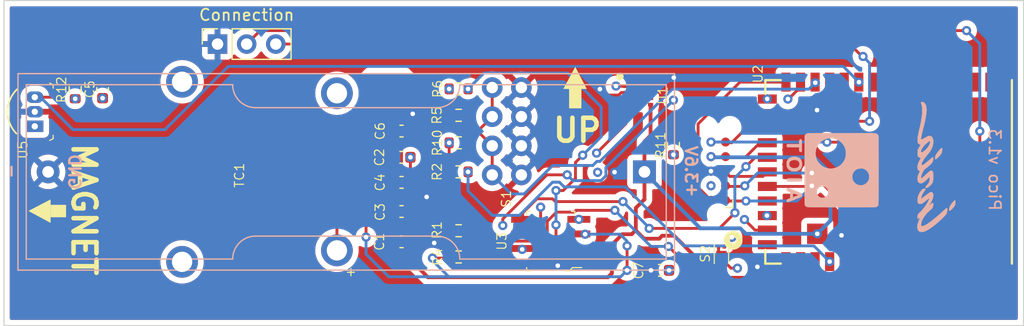
<source format=kicad_pcb>
(kicad_pcb (version 20211014) (generator pcbnew)
  (title_block (title "AIOT Pico") (date "2022-04-15") (rev "v1.1") (company "INRIA Paris") (comment 1 "AIO Team") (comment 2 "Author: Charles Thonier") (comment 4 "AISLER Project ID: NDZZCBJM"))
  (layers (0 "F.Cu" signal) (1 "In1.Cu" signal) (2 "In2.Cu" signal) (31 "B.Cu" signal) (34 "B.Paste" user) (35 "F.Paste" user) (36 "B.SilkS" user "B.Silkscreen") (37 "F.SilkS" user "F.Silkscreen") (38 "B.Mask" user) (39 "F.Mask" user) (44 "Edge.Cuts" user))
  (net 0 "")
  (net 1 "VDD")
  (net 2 "GND")
  (net 3 "Net-(R1-Pad2)")
  (net 4 "Net-(R2-Pad2)")
  (net 5 "Net-(R5-Pad1)")
  (net 7 "/OUT")
  (net 16 "Net-(R12-Pad2)")
  (net 18 "Net-(U2-Pad21)")
  (net 20 "Net-(U2-Pad17)")
  (net 21 "Net-(C7-Pad2)")
  (net 23 "Net-(R10-Pad2)")
  (net 36 "Net-(S2-Pad4)")
  (net 37 "Net-(R11-Pad2)")
  (net 40 "/SHDN")
  (net 42 "Net-(C2-Pad2)")
  (net 43 "Net-(C2-Pad1)")
  (net 44 "Net-(J1-Pad1)")
  (net 45 "Net-(J1-Pad2)")
  (net 46 "Net-(J1-Pad3)")
  (net 47 "Net-(J1-Pad4)")
  (net 48 "Net-(J1-Pad5)")
  (net 49 "Net-(J1-Pad6)")
  (net 50 "Net-(J1-Pad9)")
  (net 51 "Net-(J1-Pad10)")
  (net 52 "Net-(R6-Pad1)")
  (footprint "digikey-footprints:TO-92-3" (layer "F.Cu") (at 114.445 102 90)
    (fp_text reference "U5")
    (fp_text value "DRV5032AJ" hide)
  )
  (footprint "Capacitor_SMD:C_0603_1608Metric" (layer "F.Cu") (at 120.36 98.7714 90)
    (fp_text reference "C5")
    (fp_text value "100nF" hide)
  )
  (footprint "Resistor_SMD:R_0603_1608Metric" (layer "F.Cu") (at 151.4004 111.1026)
    (fp_text reference "R1")
    (fp_text value "10k" hide)
  )
  (footprint "iot_lib:dusty_pcb_ant" (layer "F.Cu") (at 192.0404 105.9718 -90)
    (fp_text reference "U2")
    (fp_text value "ITM-DYPA-B-02" hide)
  )
  (footprint "digikey-footprints:Thermocouple_Connector_PCC-SMP-K" (layer "F.Cu") (at 132.2996 106.2766 90)
    (fp_text reference "TC1")
    (fp_text value "Thermocouple" hide)
  )
  (footprint "Connector_PinSocket_2.54mm:PinSocket_1x03_P2.54mm_Vertical" (layer "F.Cu") (at 130.38 94.83 90)
    (fp_text reference "Connection")
    (fp_text value "Conn_01x03_Female" hide)
  )
  (footprint "Resistor_SMD:R_0603_1608Metric" (layer "F.Cu") (at 117.97 98.7714 90)
    (fp_text reference "R12")
    (fp_text value "100k" hide)
  )
  (footprint "iot_lib:sht_31" (layer "F.Cu") (at 167.06 99.31)
    (fp_text reference "U1")
    (fp_text value "SHT31" hide)
  )
  (footprint "Resistor_SMD:R_0603_1608Metric" (layer "F.Cu") (at 151.4004 113.3886)
    (fp_text reference "R4")
    (fp_text value "1M" hide)
  )
  (footprint "iot_lib:tag-connect_10_pins_no_hooks" (layer "F.Cu") (at 174.04 105.9114 90)
    (fp_text reference "J1" hide)
    (fp_text value "Tag-Connect" hide)
  )
  (footprint "Capacitor_SMD:C_0603_1608Metric" (layer "F.Cu") (at 168.9702 114.557)
    (fp_text reference "C7")
    (fp_text value "100nF" hide)
  )
  (footprint "Capacitor_SMD:C_0603_1608Metric" (layer "F.Cu") (at 146.422 109.4262)
    (fp_text reference "C3")
    (fp_text value "1uF" hide)
  )
  (footprint "Capacitor_SMD:C_0603_1608Metric" (layer "F.Cu") (at 146.422 104.7018 180)
    (fp_text reference "C2")
    (fp_text value "1uF" hide)
  )
  (footprint "iot_lib:RBS200100" (layer "F.Cu") (at 155.545 102.485 -90)
    (fp_text reference "S1")
    (fp_text value "RBS200100" hide)
  )
  (footprint "Resistor_SMD:R_0603_1608Metric" (layer "F.Cu") (at 151.4004 105.9718)
    (fp_text reference "R2")
    (fp_text value "10k" hide)
  )
  (footprint "digikey-footprints:SOIC-7-8_W3.9mm" (layer "F.Cu") (at 159.4328 112.017 90)
    (fp_text reference "U3")
    (fp_text value "MAX6674" hide)
  )
  (footprint "Resistor_SMD:R_0603_1608Metric" (layer "F.Cu") (at 170.13 103.65 -90)
    (fp_text reference "R11")
    (fp_text value "1M" hide)
  )
  (footprint "Capacitor_SMD:C_0603_1608Metric" (layer "F.Cu") (at 146.422 102.4158)
    (fp_text reference "C6")
    (fp_text value "1uF" hide)
  )
  (footprint "Resistor_SMD:R_0603_1608Metric" (layer "F.Cu") (at 151.4004 98.74)
    (fp_text reference "R6")
    (fp_text value "100" hide)
  )
  (footprint "Resistor_SMD:R_0603_1608Metric" (layer "F.Cu") (at 151.4004 103.44)
    (fp_text reference "R10")
    (fp_text value "1M" hide)
  )
  (footprint "Capacitor_SMD:C_0603_1608Metric" (layer "F.Cu") (at 146.422 112.0678)
    (fp_text reference "C1")
    (fp_text value "100nF" hide)
  )
  (footprint "Resistor_SMD:R_0603_1608Metric" (layer "F.Cu") (at 151.4004 101.04 180)
    (fp_text reference "R5")
    (fp_text value "100" hide)
  )
  (footprint "Capacitor_SMD:C_0603_1608Metric" (layer "F.Cu") (at 146.422 106.8862 180)
    (fp_text reference "C4")
    (fp_text value "1uF" hide)
  )
  (footprint "iot_lib:TDFN4_1.2mmx1.6mm" (layer "F.Cu") (at 174.3125 113.1364 -90)
    (fp_text reference "S2")
    (fp_text value "SiP32431DNP3-T1GE4" hide)
  )
  (footprint "Battery:BatteryHolder_Keystone_2460_1xAA" (layer "B.Cu") (at 167.602 105.9718 180)
    (fp_text reference "BT1" hide)
    (fp_text value "3.6V")
  )
  (gr_curve (pts (xy 181.320961 103.703893) (xy 181.317589 104.143675) (xy 181.315689 104.175465) (xy 181.291155 104.202557)) (layer "B.SilkS") (width 0.04))
  (gr_line (start 181.16 103.6814) (end 180.13 103.6814) (layer "B.SilkS") (width 0.25))
  (gr_line (start 192.468274 106.388439) (end 192.263222 106.593371) (layer "B.SilkS") (width 0.03))
  (gr_curve (pts (xy 188.009473 105.833359) (xy 188.009181 108.711232) (xy 188.008353 108.807191) (xy 187.983356 108.860471)) (layer "B.SilkS") (width 0.04))
  (gr_curve (pts (xy 180.670816 106.803912) (xy 180.069019 106.803912) (xy 180.034933 106.800676) (xy 180.012183 106.741393)) (layer "B.SilkS") (width 0.04))
  (gr_curve (pts (xy 191.42317 104.340232) (xy 191.42317 104.12626) (xy 191.432622 104.073996) (xy 191.494136 103.947859)) (layer "B.SilkS") (width 0.03))
  (gr_curve (pts (xy 181.323131 106.609256) (xy 181.339535 106.639907) (xy 181.342733 106.706778) (xy 181.329449 106.741393)) (layer "B.SilkS") (width 0.04))
  (gr_poly (pts (xy 187.208109 106.4014) (xy 187.17 106.1414) (xy 187.02 105.8814) (xy 186.79 105.7214) (xy 186.62 105.6614) (xy 186.19 105.7114) (xy 185.93 105.8614) (xy 185.78 106.0814) (xy 185.72 106.3014) (xy 185.72 106.3714) (xy 185.74 106.6414) (xy 185.89 106.8914) (xy 186.03 107.0214) (xy 186.24 107.1214) (xy 186.51 107.1614) (xy 186.75 107.0914) (xy 186.75 107.5314) (xy 183.63 107.5214) (xy 183.56 107.4414) (xy 183.51 107.3214) (xy 183.5 106.2414) (xy 185 106.2114) (xy 184.55 105.5214) (xy 184.8 105.3014) (xy 184.96 105.1014) (xy 185.08 104.8714) (xy 188.01 105.1814) (xy 188.01 106.3814)) (layer "B.SilkS") (width 0.01) (fill solid))
  (gr_curve (pts (xy 180.303135 107.726034) (xy 180.285949 107.718892) (xy 180.222921 107.693213) (xy 180.163075 107.668969)) (layer "B.SilkS") (width 0.04))
  (gr_line (start 191.637057 105.892546) (end 191.557262 105.866088) (layer "B.SilkS") (width 0.03))
  (gr_curve (pts (xy 181.334619 105.331822) (xy 181.321451 105.618589) (xy 181.200869 105.790079) (xy 180.945403 105.885357)) (layer "B.SilkS") (width 0.04))
  (gr_curve (pts (xy 183.603664 107.517532) (xy 183.498579 107.300819) (xy 183.267145 107.175496) (xy 183.046958 107.216072)) (layer "B.SilkS") (width 0.04))
  (gr_curve (pts (xy 192.559511 108.802963) (xy 192.636161 108.737479) (xy 192.712247 108.6839) (xy 192.728591 108.6839)) (layer "B.SilkS") (width 0.03))
  (gr_curve (pts (xy 181.812585 102.62323) (xy 181.851083 102.612862) (xy 182.746004 102.608387) (xy 184.792066 102.608334)) (layer "B.SilkS") (width 0.04))
  (gr_curve (pts (xy 193.000273 104.516321) (xy 193.107664 104.313206) (xy 193.45336 103.894942) (xy 193.513844 103.894942)) (layer "B.SilkS") (width 0.03))
  (gr_curve (pts (xy 180.900227 104.958478) (xy 180.796528 104.917533) (xy 180.569956 104.913894) (xy 180.461443 104.95143)) (layer "B.SilkS") (width 0.04))
  (gr_curve (pts (xy 186.310878 107.14088) (xy 186.43205 107.16632) (xy 186.492539 107.166303) (xy 186.613516 107.140784)) (layer "B.SilkS") (width 0.04))
  (gr_curve (pts (xy 191.980552 108.148119) (xy 192.464979 107.754784) (xy 192.579149 107.693946) (xy 192.692939 107.768504)) (layer "B.SilkS") (width 0.03))
  (gr_curve (pts (xy 182.903556 108.196401) (xy 182.987493 108.237723) (xy 183.005854 108.24144) (xy 183.126018 108.24144)) (layer "B.SilkS") (width 0.04))
  (gr_curve (pts (xy 191.509577 104.664347) (xy 191.423701 104.58756) (xy 191.42317 104.585566) (xy 191.42317 104.340232)) (layer "B.SilkS") (width 0.03))
  (gr_curve (pts (xy 191.41881 103.225195) (xy 191.41594 103.120613) (xy 191.424073 102.975515) (xy 191.436885 102.902754)) (layer "B.SilkS") (width 0.03))
  (gr_line (start 191.700864 103.620238) (end 191.628163 103.588984) (layer "B.SilkS") (width 0.03))
  (gr_curve (pts (xy 191.574321 109.990194) (xy 191.511933 110.029489) (xy 191.449425 110.054555) (xy 191.435414 110.045896)) (layer "B.SilkS") (width 0.03))
  (gr_curve (pts (xy 180.677695 105.916287) (xy 180.519011 105.916587) (xy 180.478656 105.912029) (xy 180.400388 105.88498)) (layer "B.SilkS") (width 0.04))
  (gr_curve (pts (xy 182.527804 104.593221) (xy 182.599388 105.003713) (xy 182.871671 105.370035) (xy 183.243235 105.55574)) (layer "B.SilkS") (width 0.04))
  (gr_poly (pts (xy 185.08 104.9114) (xy 185.17 104.5714) (xy 185.17 104.1614) (xy 185.06 103.7914) (xy 184.88 103.5014) (xy 184.56 103.2214) (xy 184.2 103.0714) (xy 184.02 103.0314) (xy 183.79 103.0314) (xy 183.47 103.0814) (xy 183.21 103.1814) (xy 183 103.3114) (xy 182.83 103.4714) (xy 182.65 103.7614) (xy 182.55 104.0414) (xy 182.51 104.3314) (xy 182.527804 104.593221) (xy 182.66 104.9914) (xy 182.77 105.1514) (xy 183.04 105.4314) (xy 183.32 105.5814) (xy 183.7 105.6914) (xy 183.99 105.6914) (xy 184.36 105.6014) (xy 184.67 105.4114) (xy 185.24 106.3014) (xy 181.57 106.2614) (xy 181.58 102.8814) (xy 181.68 102.6914) (xy 181.85 102.6114) (xy 187.5 102.6114) (xy 187.86 102.6414) (xy 187.991869 102.8114) (xy 188 102.9214) (xy 188.01 105.2314)) (layer "B.SilkS") (width 0.01) (fill solid))
  (gr_curve (pts (xy 191.994083 107.440359) (xy 192.049441 107.440359) (xy 192.102095 107.452269) (xy 192.111092 107.466826)) (layer "B.SilkS") (width 0.03))
  (gr_poly (pts (xy 186.73 107.5214) (xy 186.71 107.1114) (xy 186.88 107.0214) (xy 187.03 106.9014) (xy 187.13 106.7414) (xy 187.21 106.4814) (xy 187.208109 106.363715) (xy 188.01 106.3514) (xy 188.01 107.5314)) (layer "B.SilkS") (width 0.01) (fill solid))
  (gr_line (start 191.563149 106.038067) (end 191.637057 105.892546) (layer "B.SilkS") (width 0.03))
  (gr_line (start 180.088287 103.557438) (end 180.596213 103.557438) (layer "B.SilkS") (width 0.04))
  (gr_curve (pts (xy 183.346407 108.198871) (xy 183.460047 108.144768) (xy 183.545494 108.059322) (xy 183.599597 107.945681)) (layer "B.SilkS") (width 0.04))
  (gr_curve (pts (xy 191.612394 102.109004) (xy 191.830686 101.220027) (xy 191.891789 100.350816) (xy 191.757354 100.046902)) (layer "B.SilkS") (width 0.03))
  (gr_curve (pts (xy 192.241146 107.122941) (xy 192.428769 106.926238) (xy 192.468274 106.832588) (xy 192.468274 106.58452)) (layer "B.SilkS") (width 0.03))
  (gr_line (start 180.43 107.6814) (end 180.42 108.3114) (layer "B.SilkS") (width 0.22))
  (gr_curve (pts (xy 181.131651 105.304231) (xy 181.131651 105.14037) (xy 181.049302 105.017338) (xy 180.900227 104.958478)) (layer "B.SilkS") (width 0.04))
  (gr_curve (pts (xy 194.197523 109.107234) (xy 194.231914 108.948265) (xy 194.3303 108.78956) (xy 194.527236 108.575383)) (layer "B.SilkS") (width 0.03))
  (gr_poly (pts (xy 192.72 103.7414) (xy 192.6 104.0414) (xy 192.44 104.2714) (xy 192.16 104.0214) (xy 192.17 104.0014) (xy 192.38 103.7414) (xy 192.46 103.5814) (xy 192.53 103.4014) (xy 192.520472 103.285238) (xy 192.4 103.3114) (xy 192.115667 103.548322) (xy 191.91 103.7614) (xy 191.77 103.9914) (xy 191.56 103.8414) (xy 191.62 103.7414) (xy 191.700864 103.620238) (xy 191.56 103.5514) (xy 191.45 103.4414) (xy 191.41881 103.2714) (xy 191.43 102.9714) (xy 191.5 102.5814) (xy 191.59 102.1914) (xy 191.7 101.7114) (xy 191.81 101.0314) (xy 191.83 100.4614) (xy 191.79 100.1614) (xy 191.73 99.9714) (xy 191.72 99.9114) (xy 191.76 99.8814) (xy 191.93 99.9114) (xy 192 99.9614) (xy 192.09 100.0614) (xy 192.16 100.2414) (xy 192.2 100.5414) (xy 192.18 100.8314) (xy 192.13 101.1814) (xy 192.04 101.6414) (xy 191.91 102.1514) (xy 191.77 102.7314) (xy 191.71 103.0414) (xy 191.71 103.1014) (xy 191.73 103.1414) (xy 191.8 103.1514) (xy 191.94 103.0714) (xy 192.36 102.8514) (xy 192.55 102.8514) (xy 192.66 102.9314) (xy 192.75 103.0914) (xy 192.79 103.2614) (xy 192.79 103.4414)) (layer "B.SilkS") (width 0.01) (fill solid))
  (gr_curve (pts (xy 191.557262 105.866088) (xy 191.456035 105.832524) (xy 191.410786 105.742803) (xy 191.410478 105.575046)) (layer "B.SilkS") (width 0.03))
  (gr_curve (pts (xy 183.599597 107.945681) (xy 183.638103 107.864801) (xy 183.642119 107.843791) (xy 183.641672 107.725581)) (layer "B.SilkS") (width 0.04))
  (gr_curve (pts (xy 180.945403 105.885357) (xy 180.875813 105.911311) (xy 180.835301 105.915992) (xy 180.677695 105.916287)) (layer "B.SilkS") (width 0.04))
  (gr_curve (pts (xy 193.540757 104.198899) (xy 193.498688 104.387992) (xy 193.490554 104.400935) (xy 193.267263 104.634115)) (layer "B.SilkS") (width 0.03))
  (gr_curve (pts (xy 192.728591 108.6839) (xy 192.821362 108.6839) (xy 192.773948 109.052938) (xy 192.667268 109.161197)) (layer "B.SilkS") (width 0.03))
  (gr_curve (pts (xy 181.242985 107.836286) (xy 181.307714 107.869308) (xy 181.337995 107.92375) (xy 181.337995 108.007103)) (layer "B.SilkS") (width 0.04))
  (gr_curve (pts (xy 185.72727 106.219978) (xy 185.70366 106.31548) (xy 185.717364 106.566052) (xy 185.751278 106.658927)) (layer "B.SilkS") (width 0.04))
  (gr_curve (pts (xy 180.038215 105.538338) (xy 180.0035 105.452408) (xy 179.995764 105.189025) (xy 180.024883 105.084382)) (layer "B.SilkS") (width 0.04))
  (gr_curve (pts (xy 191.825524 106.067577) (xy 191.704335 106.325518) (xy 191.678015 106.540775) (xy 191.767666 106.540775)) (layer "B.SilkS") (width 0.03))
  (gr_curve (pts (xy 180.400388 105.88498) (xy 180.229191 105.825817) (xy 180.107175 105.709033) (xy 180.038215 105.538338)) (layer "B.SilkS") (width 0.04))
  (gr_curve (pts (xy 192.263222 106.593371) (xy 192.011617 106.844828) (xy 191.830951 106.964109) (xy 191.701689 106.964109)) (layer "B.SilkS") (width 0.03))
  (gr_line (start 180.191586 108.317607) (end 180.326911 108.26518) (layer "B.SilkS") (width 0.04))
  (gr_curve (pts (xy 191.701689 106.964109) (xy 191.378106 106.964109) (xy 191.313193 106.530211) (xy 191.563149 106.038067)) (layer "B.SilkS") (width 0.03))
  (gr_curve (pts (xy 192.111092 107.466826) (xy 192.120089 107.481383) (xy 192.08043 107.549844) (xy 192.02296 107.618962)) (layer "B.SilkS") (width 0.03))
  (gr_curve (pts (xy 191.849259 99.885276) (xy 192.13762 99.939373) (xy 192.250913 100.32376) (xy 192.165756 100.959111)) (layer "B.SilkS") (width 0.03))
  (gr_curve (pts (xy 186.992156 106.928896) (xy 187.157729 106.761979) (xy 187.220861 106.596753) (xy 187.208109 106.363715)) (layer "B.SilkS") (width 0.04))
  (gr_curve (pts (xy 191.767666 106.540775) (xy 191.786675 106.540775) (xy 191.944365 106.405075) (xy 192.118086 106.239219)) (layer "B.SilkS") (width 0.03))
  (gr_curve (pts (xy 193.513844 103.894942) (xy 193.576242 103.894942) (xy 193.585392 103.998275) (xy 193.540757 104.198899)) (layer "B.SilkS") (width 0.03))
  (gr_curve (pts (xy 192.426473 108.260567) (xy 192.418034 108.260567) (xy 192.298204 108.354825) (xy 192.160182 108.470029)) (layer "B.SilkS") (width 0.03))
  (gr_poly (pts (xy 194 109.3714) (xy 193.97 109.5214) (xy 193.92 109.6314) (xy 193.81 109.7814) (xy 193.55 110.0414) (xy 193.14 110.4114) (xy 192.77 110.7214) (xy 192.37 110.9814) (xy 192.2 111.0814) (xy 192.01 111.1714) (xy 191.79 111.2114) (xy 191.7 111.2114) (xy 191.59 111.174975) (xy 191.48 111.0814) (xy 191.42 110.9714) (xy 191.4 110.7914) (xy 191.41 110.6114) (xy 191.53 110.2014) (xy 191.656986 109.956168) (xy 191.62 109.9614) (xy 191.49 110.0314) (xy 191.435414 110.045896) (xy 191.42 110.0114) (xy 191.41 109.8614) (xy 191.46 109.6714) (xy 191.83 109.3014) (xy 192.03 109.0414) (xy 192.24 108.7414) (xy 192.38 108.4414) (xy 192.45 108.2814) (xy 192.426473 108.260567) (xy 192.35 108.3214) (xy 192.22 108.4214) (xy 192.06 108.5514) (xy 191.89 108.6814) (xy 191.74 108.7414) (xy 191.62 108.7614) (xy 191.52 108.7414) (xy 191.46 108.6914) (xy 191.41592 108.5414) (xy 191.42 108.3214) (xy 191.47 108.0714) (xy 191.59 107.8214) (xy 191.75 107.5914) (xy 191.88 107.4614) (xy 192.02 107.4414) (xy 192.111092 107.466826) (xy 192.09 107.5314) (xy 192 107.6514) (xy 191.89 107.8214) (xy 191.8 107.9914) (xy 191.74 108.1814) (xy 191.72 108.2714) (xy 191.74 108.313484) (xy 191.76 108.3114) (xy 192.02 108.1114) (xy 192.42 107.8214) (xy 192.56 107.7414) (xy 192.67 107.7514) (xy 192.73 107.8014) (xy 192.77 107.9014) (xy 192.78 108.0914) (xy 192.73 108.2914) (xy 192.63 108.5314) (xy 192.5 108.7614) (xy 192.404567 108.922025) (xy 192.559511 108.802963) (xy 192.7 108.7014) (xy 192.75 108.6914) (xy 192.77 108.7214) (xy 192.78 108.8214) (xy 192.74 109.0214) (xy 192.69 109.1414) (xy 192.51 109.3014) (xy 192.26 109.5314) (xy 192.08 109.7514) (xy 191.94 109.9414) (xy 191.81 110.1714) (xy 191.74 110.3914) (xy 191.72 110.5114) (xy 191.71 110.5814) (xy 191.72 110.6614) (xy 191.82 110.7114) (xy 192.01 110.6614) (xy 192.27 110.5114) (xy 192.59 110.2914) (xy 193.41 109.6214) (xy 193.82 109.2314) (xy 193.969784 109.127025) (xy 193.99 109.1514) (xy 194.01 109.2414)) (layer "B.SilkS") (width 0.01) (fill solid))
  (gr_curve (pts (xy 181.573034 105.828928) (xy 181.573694 104.205095) (xy 181.579316 102.859567) (xy 181.585548 102.838867)) (layer "B.SilkS") (width 0.04))
  (gr_poly (pts (xy 187.983356 108.860471) (xy 187.89 108.9814) (xy 187.74 109.0414) (xy 181.97 109.0414) (xy 181.74 109.0114) (xy 181.62 108.9114) (xy 181.58 108.7214) (xy 181.56 106.2414) (xy 183.52 106.2514) (xy 183.56 107.4414) (xy 183.4 107.2914) (xy 183.18 107.2114) (xy 182.92 107.2514) (xy 182.7 107.4214) (xy 182.61 107.6514) (xy 182.62 107.8914) (xy 182.75 108.1114) (xy 182.95 108.2214) (xy 183.2 108.2414) (xy 183.36 108.1914) (xy 183.55 108.0414) (xy 183.65 107.7614) (xy 183.59 107.4714) (xy 188.01 107.4814) (xy 188.01 108.1914)) (layer "B.SilkS") (width 0.01) (fill solid))
  (gr_line (start 194.197523 109.107234) (end 194.197523 109.107234) (layer "B.SilkS") (width 0.03))
  (gr_curve (pts (xy 180.458852 105.62916) (xy 180.566634 105.666391) (xy 180.79587 105.66451) (xy 180.892732 105.6256)) (layer "B.SilkS") (width 0.04))
  (gr_curve (pts (xy 194.185609 109.34229) (xy 194.157512 109.297925) (xy 194.157892 109.290429) (xy 194.197523 109.107234)) (layer "B.SilkS") (width 0.03))
  (gr_curve (pts (xy 191.749161 108.313484) (xy 191.764412 108.313484) (xy 191.868538 108.23907) (xy 191.980552 108.148119)) (layer "B.SilkS") (width 0.03))
  (gr_curve (pts (xy 192.404567 108.922025) (xy 192.413136 108.922025) (xy 192.48286 108.868447) (xy 192.559511 108.802963)) (layer "B.SilkS") (width 0.03))
  (gr_curve (pts (xy 180.039905 107.431698) (xy 180.063712 107.407891) (xy 180.091033 107.395431) (xy 180.119429 107.395431)) (layer "B.SilkS") (width 0.04))
  (gr_curve (pts (xy 192.160182 108.470029) (xy 191.873748 108.709112) (xy 191.775511 108.763275) (xy 191.628324 108.763275)) (layer "B.SilkS") (width 0.03))
  (gr_poly (pts (xy 192.71 105.1314) (xy 192.61 105.2514) (xy 192.51 105.3514) (xy 192.24 105.5914) (xy 192.06 105.7114) (xy 191.97 105.8014) (xy 191.9 105.9214) (xy 191.825524 106.067577) (xy 191.75 106.2514) (xy 191.71 106.4114) (xy 191.72 106.4914) (xy 191.75 106.540775) (xy 191.78 106.5414) (xy 192.41 105.9714) (xy 192.56 105.8714) (xy 192.63 105.8614) (xy 192.71 105.9014) (xy 192.76 106.0314) (xy 192.78 106.2014) (xy 192.78 106.5114) (xy 192.75 106.7814) (xy 192.72 106.8814) (xy 192.68 106.9814) (xy 192.56 107.1214) (xy 192.36 107.2914) (xy 192.23 107.360984) (xy 192.14 107.3414) (xy 192.11 107.3014) (xy 192.14 107.2414) (xy 192.35 107.0114) (xy 192.41 106.9014) (xy 192.46 106.7614) (xy 192.468274 106.58452) (xy 192.468274 106.388439) (xy 192.11 106.7414) (xy 191.97 106.8614) (xy 191.88 106.9114) (xy 191.76 106.9614) (xy 191.59 106.9514) (xy 191.48 106.8614) (xy 191.42 106.7114) (xy 191.41 106.4814) (xy 191.48 106.2214) (xy 191.637057 105.892546) (xy 191.48 105.8214) (xy 191.42 105.7314) (xy 191.410478 105.6014) (xy 191.43 105.4014) (xy 191.49 105.2014) (xy 191.63 104.8914) (xy 191.732311 104.741609) (xy 191.61 104.7214) (xy 191.509577 104.664347) (xy 191.44 104.5814) (xy 191.42317 104.4614) (xy 191.42 104.3314) (xy 191.43 104.0814) (xy 191.56 103.8214) (xy 191.77 103.9714) (xy 191.7 104.1814) (xy 191.727085 104.2414) (xy 191.76 104.2814) (xy 191.8 104.2814) (xy 191.94 104.2014) (xy 192.18 104.0014) (xy 192.45 104.2614) (xy 192.23 104.5314) (xy 191.97 104.8514) (xy 191.78 105.2014) (xy 191.753905 105.317077) (xy 191.77 105.3814) (xy 191.82 105.4014) (xy 192.02 105.2914) (xy 192.29 105.0714) (xy 192.67 104.7414) (xy 192.761528 104.703288) (xy 192.78 104.7414) (xy 192.78 104.9114)) (layer "B.SilkS") (width 0.01) (fill solid))
  (gr_curve (pts (xy 192.747172 103.645188) (xy 192.708037 103.811116) (xy 192.555855 104.13693) (xy 192.474839 104.228241)) (layer "B.SilkS") (width 0.03))
  (gr_line (start 185.751278 106.658927) (end 185.751278 106.658927) (layer "B.SilkS") (width 0.04))
  (gr_curve (pts (xy 186.613516 107.140784) (xy 186.765466 107.10874) (xy 186.874018 107.047994) (xy 186.992156 106.928896)) (layer "B.SilkS") (width 0.04))
  (gr_curve (pts (xy 180.800343 107.904412) (xy 180.663662 107.855234) (xy 180.546104 107.812933) (xy 180.539104 107.810411)) (layer "B.SilkS") (width 0.04))
  (gr_curve (pts (xy 184.887849 105.198493) (xy 185.083046 104.954966) (xy 185.178518 104.680274) (xy 185.178518 104.362179)) (layer "B.SilkS") (width 0.04))
  (gr_line (start 180.045963 103.593052) (end 180.045963 103.593052) (layer "B.SilkS") (width 0.04))
  (gr_curve (pts (xy 180.024882 105.084382) (xy 180.048415 104.999809) (xy 180.115933 104.880353) (xy 180.168486 104.830312)) (layer "B.SilkS") (width 0.04))
  (gr_curve (pts (xy 184.892622 103.531318) (xy 184.509079 103.046273) (xy 183.837065 102.888131) (xy 183.280267 103.151888)) (layer "B.SilkS") (width 0.04))
  (gr_curve (pts (xy 180.892732 105.6256) (xy 181.048382 105.563073) (xy 181.131651 105.451068) (xy 181.131651 105.304231)) (layer "B.SilkS") (width 0.04))
  (gr_curve (pts (xy 180.119429 107.395431) (xy 180.158357 107.395431) (xy 181.113306 107.770129) (xy 181.242985 107.836286)) (layer "B.SilkS") (width 0.04))
  (gr_curve (pts (xy 192.78 106.4614) (xy 192.765679 106.873214) (xy 192.737644 106.942774) (xy 192.490412 107.179919)) (layer "B.SilkS") (width 0.03))
  (gr_curve (pts (xy 192.165756 100.959111) (xy 192.118751 101.309816) (xy 192.054394 101.605604) (xy 191.872389 102.307442)) (layer "B.SilkS") (width 0.03))
  (gr_line (start 191.727085 104.265359) (end 191.727085 104.265359) (layer "B.SilkS") (width 0.03))
  (gr_curve (pts (xy 192.490412 107.179919) (xy 192.333104 107.330809) (xy 192.286732 107.360984) (xy 192.21215 107.360984)) (layer "B.SilkS") (width 0.03))
  (gr_curve (pts (xy 180.036826 103.773332) (xy 179.987158 103.715568) (xy 179.991024 103.639279) (xy 180.045963 103.593052)) (layer "B.SilkS") (width 0.04))
  (gr_curve (pts (xy 180.120196 108.592225) (xy 180.051618 108.592225) (xy 180.003639 108.542396) (xy 180.003639 108.471176)) (layer "B.SilkS") (width 0.04))
  (gr_curve (pts (xy 191.664148 104.741609) (xy 191.62619 104.741609) (xy 191.557693 104.707371) (xy 191.509577 104.664347)) (layer "B.SilkS") (width 0.03))
  (gr_curve (pts (xy 191.436885 102.902754) (xy 191.461772 102.761407) (xy 191.548424 102.369518) (xy 191.612394 102.109004)) (layer "B.SilkS") (width 0.03))
  (gr_curve (pts (xy 180.019218 106.606597) (xy 180.054028 106.546714) (xy 180.096448 106.542544) (xy 180.670817 106.542544)) (layer "B.SilkS") (width 0.04))
  (gr_curve (pts (xy 192.560775 110.312852) (xy 192.913946 110.050218) (xy 193.140696 109.85765) (xy 193.592753 109.436438)) (layer "B.SilkS") (width 0.03))
  (gr_line (start 180.019217 106.606597) (end 180.019217 106.606597) (layer "B.SilkS") (width 0.04))
  (gr_curve (pts (xy 192.115667 103.548322) (xy 191.802401 103.851206) (xy 191.646492 104.138899) (xy 191.727085 104.265359)) (layer "B.SilkS") (width 0.03))
  (gr_curve (pts (xy 193.267263 104.634115) (xy 193.140689 104.766295) (xy 193.016292 104.87432) (xy 192.990826 104.874171)) (layer "B.SilkS") (width 0.03))
  (gr_curve (pts (xy 185.922408 105.87948) (xy 185.834968 105.967953) (xy 185.75514 106.107246) (xy 185.72727 106.219978)) (layer "B.SilkS") (width 0.04))
  (gr_curve (pts (xy 191.727085 104.265359) (xy 191.783521 104.353913) (xy 192.147147 104.077143) (xy 192.335411 103.802338)) (layer "B.SilkS") (width 0.03))
  (gr_curve (pts (xy 181.176592 103.14323) (xy 181.210703 103.129101) (xy 181.224238 103.129614) (xy 181.253707 103.146155)) (layer "B.SilkS") (width 0.04))
  (gr_curve (pts (xy 180.670817 106.542544) (xy 181.249706 106.542544) (xy 181.289612 106.546626) (xy 181.323131 106.609256)) (layer "B.SilkS") (width 0.04))
  (gr_curve (pts (xy 191.414753 110.590606) (xy 191.436901 110.432915) (xy 191.58593 110.042587) (xy 191.656986 109.956168)) (layer "B.SilkS") (width 0.03))
  (gr_curve (pts (xy 194.678514 108.839902) (xy 194.635644 108.961408) (xy 194.467954 109.169674) (xy 194.310881 109.296492)) (layer "B.SilkS") (width 0.03))
  (gr_curve (pts (xy 191.757354 100.046902) (xy 191.689369 99.893211) (xy 191.708858 99.858936) (xy 191.849259 99.885276)) (layer "B.SilkS") (width 0.03))
  (gr_curve (pts (xy 187.208109 106.363715) (xy 187.199823 106.21231) (xy 187.165986 106.103604) (xy 187.092785 105.993221)) (layer "B.SilkS") (width 0.04))
  (gr_curve (pts (xy 191.872389 102.307442) (xy 191.74874 102.784249) (xy 191.690281 103.08893) (xy 191.714825 103.128644)) (layer "B.SilkS") (width 0.03))
  (gr_curve (pts (xy 180.708901 108.379595) (xy 180.369782 108.513206) (xy 180.151004 108.592225) (xy 180.120196 108.592225)) (layer "B.SilkS") (width 0.04))
  (gr_line (start 191.436885 102.902754) (end 191.436885 102.902754) (layer "B.SilkS") (width 0.03))
  (gr_curve (pts (xy 184.792066 102.608334) (xy 187.965259 102.60825) (xy 187.789358 102.604049) (xy 187.892045 102.682372)) (layer "B.SilkS") (width 0.04))
  (gr_curve (pts (xy 191.628324 108.763275) (xy 191.491633 108.763275) (xy 191.432422 108.696897) (xy 191.41592 108.525159)) (layer "B.SilkS") (width 0.03))
  (gr_curve (pts (xy 183.126018 108.24144) (xy 183.243999 108.24144) (xy 183.265861 108.237218) (xy 183.346407 108.198871)) (layer "B.SilkS") (width 0.04))
  (gr_curve (pts (xy 192.335411 103.802338) (xy 192.480515 103.590532) (xy 192.564361 103.356251) (xy 192.520472 103.285238)) (layer "B.SilkS") (width 0.03))
  (gr_line (start 192.468274 106.58452) (end 192.468274 106.388439) (layer "B.SilkS") (width 0.03))
  (gr_curve (pts (xy 187.825486 109.019942) (xy 187.770976 109.044698) (xy 187.666937 109.045577) (xy 184.790813 109.045577)) (layer "B.SilkS") (width 0.04))
  (gr_line (start 180.039906 107.431698) (end 180.039906 107.431698) (layer "B.SilkS") (width 0.04))
  (gr_line (start 180.596213 103.557438) (end 181.104139 103.557438) (layer "B.SilkS") (width 0.04))
  (gr_curve (pts (xy 193.592753 109.436438) (xy 193.78193 109.260169) (xy 193.951594 109.120933) (xy 193.969784 109.127025)) (layer "B.SilkS") (width 0.03))
  (gr_curve (pts (xy 192.474839 104.228241) (xy 192.025688 104.734468) (xy 191.753917 105.144926) (xy 191.753905 105.317077)) (layer "B.SilkS") (width 0.03))
  (gr_curve (pts (xy 187.092785 105.993221) (xy 186.823888 105.587743) (xy 186.264473 105.533377) (xy 185.922408 105.87948)) (layer "B.SilkS") (width 0.04))
  (gr_line (start 181.585548 102.838867) (end 181.585548 102.838867) (layer "B.SilkS") (width 0.04))
  (gr_curve (pts (xy 185.178518 104.362179) (xy 185.178518 104.046847) (xy 185.084719 103.774251) (xy 184.892622 103.531318)) (layer "B.SilkS") (width 0.04))
  (gr_curve (pts (xy 192.168924 108.84265) (xy 192.365715 108.544364) (xy 192.491284 108.260567) (xy 192.426473 108.260567)) (layer "B.SilkS") (width 0.03))
  (gr_curve (pts (xy 192.448504 109.358588) (xy 192.094395 109.661571) (xy 191.801539 110.098846) (xy 191.726381 110.436819)) (layer "B.SilkS") (width 0.03))
  (gr_curve (pts (xy 192.479454 108.796102) (xy 192.429697 108.86536) (xy 192.395998 108.922025) (xy 192.404567 108.922025)) (layer "B.SilkS") (width 0.03))
  (gr_curve (pts (xy 192.118086 106.239219) (xy 192.481985 105.891797) (xy 192.576107 105.830827) (xy 192.670529 105.88136)) (layer "B.SilkS") (width 0.03))
  (gr_poly (pts (xy 181.33 105.4014) (xy 181.3 105.5514) (xy 181.24 105.6814) (xy 181.09 105.8014) (xy 180.92 105.8914) (xy 180.73 105.916287) (xy 180.48 105.9014) (xy 180.26 105.8114) (xy 180.14 105.7214) (xy 180.038215 105.538338) (xy 180.02 105.3214) (xy 180.01 105.1214) (xy 180.12 104.8914) (xy 180.27 104.7414) (xy 180.43 104.6914) (xy 180.64 104.658141) (xy 180.89 104.6914) (xy 181.14 104.7914) (xy 181.28 104.9714) (xy 181.32 105.1914) (xy 181.13 105.2314) (xy 181.07 105.0714) (xy 181 105.0214) (xy 180.88 104.9514) (xy 180.73 104.9314) (xy 180.59 104.9314) (xy 180.42 104.9814) (xy 180.32 105.0314) (xy 180.24 105.1314) (xy 180.21 105.2914) (xy 180.22514 105.407653) (xy 180.29 105.5114) (xy 180.38 105.5914) (xy 180.52 105.6514) (xy 180.71 105.6614) (xy 180.88 105.6314) (xy 181.03 105.5414) (xy 181.11 105.3914) (xy 181.13 105.2814) (xy 181.334619 105.2814)) (layer "B.SilkS") (width 0.01) (fill solid))
  (gr_line (start 187.973962 102.789405) (end 188.009775 102.861271) (layer "B.SilkS") (width 0.04))
  (gr_line (start 191.632983 103.711288) (end 191.700864 103.620238) (layer "B.SilkS") (width 0.03))
  (gr_curve (pts (xy 191.753905 105.317077) (xy 191.753892 105.501316) (xy 191.93645 105.392619) (xy 192.557552 104.838576)) (layer "B.SilkS") (width 0.03))
  (gr_curve (pts (xy 191.726381 110.436819) (xy 191.635103 110.847281) (xy 191.893798 110.808846) (xy 192.560775 110.312852)) (layer "B.SilkS") (width 0.03))
  (gr_curve (pts (xy 180.22514 105.407653) (xy 180.246471 105.485878) (xy 180.362548 105.595893) (xy 180.458852 105.62916)) (layer "B.SilkS") (width 0.04))
  (gr_line (start 181.215 106.6814) (end 180.13 106.6714) (layer "B.SilkS") (width 0.25))
  (gr_curve (pts (xy 191.445721 109.707817) (xy 191.465399 109.660719) (xy 191.524689 109.589242) (xy 191.577475 109.54898)) (layer "B.SilkS") (width 0.03))
  (gr_line (start 181.21 108.0614) (end 180.13 108.4714) (layer "B.SilkS") (width 0.22))
  (gr_curve (pts (xy 192.451261 102.836609) (xy 192.729771 102.836609) (xy 192.856321 103.182409) (xy 192.747172 103.645188)) (layer "B.SilkS") (width 0.03))
  (gr_line (start 181.19 107.9314) (end 180.12 107.5114) (layer "B.SilkS") (width 0.25))
  (gr_curve (pts (xy 191.714825 103.128644) (xy 191.745795 103.178753) (xy 191.819131 103.151823) (xy 192.07778 102.995359)) (layer "B.SilkS") (width 0.03))
  (gr_curve (pts (xy 191.611238 111.174975) (xy 191.426341 111.093186) (xy 191.368378 110.920795) (xy 191.414753 110.590606)) (layer "B.SilkS") (width 0.03))
  (gr_curve (pts (xy 181.337995 108.007103) (xy 181.337995 108.058814) (xy 181.330107 108.078454) (xy 181.293287 108.118428)) (layer "B.SilkS") (width 0.04))
  (gr_line (start 181.104139 103.557438) (end 181.104139 103.39301) (layer "B.SilkS") (width 0.04))
  (gr_curve (pts (xy 181.757561 109.020046) (xy 181.727297 109.006004) (xy 181.68268 108.973618) (xy 181.658413 108.948077)) (layer "B.SilkS") (width 0.04))
  (gr_curve (pts (xy 191.628163 103.588984) (xy 191.588177 103.571795) (xy 191.525889 103.525693) (xy 191.489745 103.486537)) (layer "B.SilkS") (width 0.03))
  (gr_curve (pts (xy 193.049497 110.485934) (xy 192.515256 110.930712) (xy 192.178684 111.133974) (xy 191.870495 111.197954)) (layer "B.SilkS") (width 0.03))
  (gr_line (start 191.414753 110.590606) (end 191.414753 110.590606) (layer "B.SilkS") (width 0.03))
  (gr_line (start 191.677342 104.827598) (end 191.732311 104.741609) (layer "B.SilkS") (width 0.03))
  (gr_line (start 180.045963 103.593052) (end 180.088287 103.557438) (layer "B.SilkS") (width 0.04))
  (gr_line (start 188.009775 102.861271) (end 188.009473 105.833359) (layer "B.SilkS") (width 0.04))
  (gr_curve (pts (xy 192.990826 104.874171) (xy 192.922153 104.873771) (xy 192.927979 104.653054) (xy 193.000273 104.516321)) (layer "B.SilkS") (width 0.03))
  (gr_line (start 191.732311 104.741609) (end 191.664148 104.741609) (layer "B.SilkS") (width 0.03))
  (gr_curve (pts (xy 180.673532 104.658141) (xy 181.113452 104.658881) (xy 181.354252 104.904268) (xy 181.334619 105.331822)) (layer "B.SilkS") (width 0.04))
  (gr_curve (pts (xy 193.940299 109.596713) (xy 193.869527 109.747622) (xy 193.533932 110.082621) (xy 193.049497 110.485934)) (layer "B.SilkS") (width 0.03))
  (gr_line (start 181.104139 103.989384) (end 181.104139 103.819764) (layer "B.SilkS") (width 0.04))
  (gr_curve (pts (xy 180.012183 106.741393) (xy 179.999037 106.707135) (xy 180.002811 106.634822) (xy 180.019217 106.606597)) (layer "B.SilkS") (width 0.04))
  (gr_line (start 180.543572 108.189996) (end 180.543572 108.189996) (layer "B.SilkS") (width 0.04))
  (gr_curve (pts (xy 181.253707 103.146155) (xy 181.323256 103.185192) (xy 181.324837 103.1983) (xy 181.320961 103.703893)) (layer "B.SilkS") (width 0.04))
  (gr_curve (pts (xy 180.168486 104.830312) (xy 180.284782 104.719573) (xy 180.466008 104.657793) (xy 180.673532 104.658141)) (layer "B.SilkS") (width 0.04))
  (gr_curve (pts (xy 185.751278 106.658934) (xy 185.840484 106.903234) (xy 186.053733 107.086892) (xy 186.310878 107.14088)) (layer "B.SilkS") (width 0.04))
  (gr_curve (pts (xy 181.585548 102.838867) (xy 181.616442 102.736266) (xy 181.704926 102.652225) (xy 181.812585 102.62323)) (layer "B.SilkS") (width 0.04))
  (gr_curve (pts (xy 191.489745 103.486537) (xy 191.433891 103.426028) (xy 191.423246 103.386807) (xy 191.41881 103.225195)) (layer "B.SilkS") (width 0.03))
  (gr_curve (pts (xy 183.046958 107.216072) (xy 182.712011 107.277796) (xy 182.526665 107.606043) (xy 182.646264 107.9257)) (layer "B.SilkS") (width 0.04))
  (gr_curve (pts (xy 191.577475 109.54898) (xy 191.701701 109.454229) (xy 192.002199 109.095362) (xy 192.168924 108.84265)) (layer "B.SilkS") (width 0.03))
  (gr_curve (pts (xy 193.969784 109.127025) (xy 194.029301 109.146958) (xy 194.010458 109.447111) (xy 193.940299 109.596713)) (layer "B.SilkS") (width 0.03))
  (gr_curve (pts (xy 180.163075 107.668969) (xy 180.10323 107.644725) (xy 180.042874 107.613498) (xy 180.028952 107.599576)) (layer "B.SilkS") (width 0.04))
  (gr_poly (pts (xy 193.54 104.1814) (xy 193.5 104.3314) (xy 193.44 104.4414) (xy 193.27 104.6314) (xy 193.11 104.7814) (xy 193.03 104.8514) (xy 192.97 104.8514) (xy 192.95 104.644651) (xy 193.088352 104.383989) (xy 193.23 104.1814) (xy 193.421677 103.945856) (xy 193.531655 103.9014) (xy 193.563997 103.997874)) (layer "B.SilkS") (width 0.01) (fill solid))
  (gr_curve (pts (xy 180.80494 108.096326) (xy 180.939236 108.04824) (xy 181.049055 108.005506) (xy 181.048984 108.001362)) (layer "B.SilkS") (width 0.04))
  (gr_curve (pts (xy 184.790813 109.045577) (xy 181.918587 109.045577) (xy 181.810627 109.044677) (xy 181.757561 109.020046)) (layer "B.SilkS") (width 0.04))
  (gr_curve (pts (xy 192.520472 103.285238) (xy 192.490278 103.236382) (xy 192.331719 103.33943) (xy 192.115667 103.548322)) (layer "B.SilkS") (width 0.03))
  (gr_curve (pts (xy 194.527236 108.575383) (xy 194.605201 108.490593) (xy 194.66687 108.444231) (xy 194.685981 108.456043)) (layer "B.SilkS") (width 0.03))
  (gr_curve (pts (xy 191.494136 103.947859) (xy 191.533167 103.867822) (xy 191.595649 103.761365) (xy 191.632983 103.711288)) (layer "B.SilkS") (width 0.03))
  (gr_curve (pts (xy 192.670529 105.88136) (xy 192.764735 105.931778) (xy 192.793177 106.082481) (xy 192.78 106.4614)) (layer "B.SilkS") (width 0.03))
  (gr_line (start 180.024883 105.084382) (end 180.024883 105.084382) (layer "B.SilkS") (width 0.04))
  (gr_curve (pts (xy 192.02296 107.618962) (xy 191.965491 107.688079) (xy 191.882246 107.816067) (xy 191.837972 107.90338)) (layer "B.SilkS") (width 0.03))
  (gr_curve (pts (xy 181.13265 104.195249) (xy 181.107307 104.163032) (xy 181.104139 104.140154) (xy 181.104139 103.989384)) (layer "B.SilkS") (width 0.04))
  (gr_curve (pts (xy 180.543571 108.189996) (xy 180.553029 108.186564) (xy 180.670645 108.144412) (xy 180.80494 108.096326)) (layer "B.SilkS") (width 0.04))
  (gr_curve (pts (xy 182.646264 107.9257) (xy 182.685629 108.030912) (xy 182.789598 108.1403) (xy 182.903556 108.196401)) (layer "B.SilkS") (width 0.04))
  (gr_line (start 180.070014 103.811929) (end 180.036826 103.773332) (layer "B.SilkS") (width 0.04))
  (gr_curve (pts (xy 181.658413 108.948077) (xy 181.56515 108.849918) (xy 181.571728 109.09022) (xy 181.573034 105.828928)) (layer "B.SilkS") (width 0.04))
  (gr_curve (pts (xy 180.526376 108.001031) (xy 180.526376 108.151354) (xy 180.53033 108.194802) (xy 180.543572 108.189996)) (layer "B.SilkS") (width 0.04))
  (gr_curve (pts (xy 192.557552 104.838576) (xy 192.660078 104.74712) (xy 192.743221 104.691974) (xy 192.761528 104.703288)) (layer "B.SilkS") (width 0.03))
  (gr_curve (pts (xy 192.761528 104.703288) (xy 192.807138 104.731477) (xy 192.773994 104.985622) (xy 192.706534 105.124974)) (layer "B.SilkS") (width 0.03))
  (gr_line (start 181.21 103.2514) (end 181.21 104.1214) (layer "B.SilkS") (width 0.2))
  (gr_line (start 181.255 107.9964) (end 181.125 108.0464) (layer "B.SilkS") (width 0.15))
  (gr_curve (pts (xy 187.983356 108.860471) (xy 187.949131 108.933424) (xy 187.894514 108.988594) (xy 187.825486 109.019942)) (layer "B.SilkS") (width 0.04))
  (gr_curve (pts (xy 192.07778 102.995359) (xy 192.287939 102.868228) (xy 192.362328 102.836609) (xy 192.451261 102.836609)) (layer "B.SilkS") (width 0.03))
  (gr_line (start 180.225141 105.407653) (end 180.225141 105.407653) (layer "B.SilkS") (width 0.04))
  (gr_curve (pts (xy 191.41592 108.525159) (xy 191.387418 108.228524) (xy 191.540988 107.81715) (xy 191.772706 107.569425)) (layer "B.SilkS") (width 0.03))
  (gr_curve (pts (xy 180.330647 108.002099) (xy 180.334371 107.739895) (xy 180.334279 107.738975) (xy 180.303135 107.726034)) (layer "B.SilkS") (width 0.04))
  (gr_curve (pts (xy 181.293287 108.118428) (xy 181.254451 108.160591) (xy 181.177703 108.19489) (xy 180.708901 108.379595)) (layer "B.SilkS") (width 0.04))
  (gr_curve (pts (xy 191.772706 107.569425) (xy 191.876228 107.458751) (xy 191.907775 107.440359) (xy 191.994083 107.440359)) (layer "B.SilkS") (width 0.03))
  (gr_curve (pts (xy 191.656986 109.956168) (xy 191.673908 109.935587) (xy 191.636709 109.950898) (xy 191.574321 109.990194)) (layer "B.SilkS") (width 0.03))
  (gr_curve (pts (xy 181.048984 108.001362) (xy 181.048915 107.997218) (xy 180.937025 107.953591) (xy 180.800343 107.904412)) (layer "B.SilkS") (width 0.04))
  (gr_curve (pts (xy 191.870495 111.197954) (xy 191.747193 111.223552) (xy 191.714503 111.220654) (xy 191.611238 111.174975)) (layer "B.SilkS") (width 0.03))
  (gr_line (start 181.104139 103.819764) (end 180.587076 103.815846) (layer "B.SilkS") (width 0.04))
  (gr_curve (pts (xy 180.232733 105.15695) (xy 180.207917 105.227031) (xy 180.204716 105.33275) (xy 180.225141 105.407653)) (layer "B.SilkS") (width 0.04))
  (gr_line (start 180.326911 108.26518) (end 180.330647 108.002099) (layer "B.SilkS") (width 0.04))
  (gr_curve (pts (xy 194.310881 109.296492) (xy 194.229297 109.362362) (xy 194.204144 109.371557) (xy 194.185609 109.34229)) (layer "B.SilkS") (width 0.03))
  (gr_curve (pts (xy 181.291155 104.202557) (xy 181.251828 104.245984) (xy 181.169574 104.242191) (xy 181.13265 104.195249)) (layer "B.SilkS") (width 0.04))
  (gr_curve (pts (xy 192.706534 105.124974) (xy 192.651409 105.238849) (xy 192.351344 105.515766) (xy 192.117346 105.668713)) (layer "B.SilkS") (width 0.03))
  (gr_line (start 180.587076 103.815846) (end 180.070014 103.811929) (layer "B.SilkS") (width 0.04))
  (gr_curve (pts (xy 180.003639 108.471176) (xy 180.003639 108.400347) (xy 180.02674 108.381472) (xy 180.191586 108.317607)) (layer "B.SilkS") (width 0.04))
  (gr_curve (pts (xy 181.329449 106.741393) (xy 181.3067 106.800677) (xy 181.272614 106.803912) (xy 180.670816 106.803912)) (layer "B.SilkS") (width 0.04))
  (gr_line (start 182.646264 107.9257) (end 182.646264 107.9257) (layer "B.SilkS") (width 0.04))
  (gr_curve (pts (xy 194.685981 108.456043) (xy 194.729445 108.482905) (xy 194.725068 108.707956) (xy 194.678514 108.839902)) (layer "B.SilkS") (width 0.03))
  (gr_curve (pts (xy 180.539104 107.810411) (xy 180.531688 107.807739) (xy 180.526376 107.887278) (xy 180.526376 108.001031)) (layer "B.SilkS") (width 0.04))
  (gr_curve (pts (xy 192.667268 109.161197) (xy 192.631985 109.197002) (xy 192.533542 109.285828) (xy 192.448504 109.358588)) (layer "B.SilkS") (width 0.03))
  (gr_curve (pts (xy 180.028952 107.599576) (xy 179.989826 107.56045) (xy 179.995317 107.476285) (xy 180.039906 107.431698)) (layer "B.SilkS") (width 0.04))
  (gr_curve (pts (xy 192.692939 107.768504) (xy 192.869633 107.884278) (xy 192.761866 108.403004) (xy 192.479454 108.796102)) (layer "B.SilkS") (width 0.03))
  (gr_curve (pts (xy 183.280267 103.151888) (xy 183.112893 103.231174) (xy 183.00641 103.308179) (xy 182.877502 103.443156)) (layer "B.SilkS") (width 0.04))
  (gr_curve (pts (xy 192.21215 107.360984) (xy 192.066101 107.360984) (xy 192.073715 107.298475) (xy 192.241146 107.122941)) (layer "B.SilkS") (width 0.03))
  (gr_curve (pts (xy 183.243235 105.55574) (xy 183.808839 105.838425) (xy 184.494254 105.689537) (xy 184.887849 105.198493)) (layer "B.SilkS") (width 0.04))
  (gr_curve (pts (xy 181.104139 103.39301) (xy 181.104139 103.209146) (xy 181.115977 103.168338) (xy 181.176592 103.14323)) (layer "B.SilkS") (width 0.04))
  (gr_poly (pts (xy 181.131651 105.3114) (xy 181.12 105.2114) (xy 181.3 105.1514) (xy 181.31 105.1714) (xy 181.34 105.3014)) (layer "B.SilkS") (width 0.01) (fill solid))
  (gr_curve (pts (xy 191.435414 110.045896) (xy 191.397864 110.022689) (xy 191.404452 109.806587) (xy 191.445721 109.707817)) (layer "B.SilkS") (width 0.03))
  (gr_poly (pts (xy 194.7 108.7314) (xy 194.66 108.8814) (xy 194.6 108.9914) (xy 194.43 109.1814) (xy 194.27 109.3314) (xy 194.21 109.3514) (xy 194.17 109.3214) (xy 194.18 109.1614) (xy 194.26 108.9414) (xy 194.39 108.7314) (xy 194.59 108.5114) (xy 194.685981 108.456043) (xy 194.71 108.5514)) (layer "B.SilkS") (width 0.01) (fill solid))
  (gr_curve (pts (xy 192.117346 105.668713) (xy 192.006468 105.741184) (xy 191.929349 105.846591) (xy 191.825524 106.067577)) (layer "B.SilkS") (width 0.03))
  (gr_curve (pts (xy 191.410478 105.575046) (xy 191.410098 105.366094) (xy 191.507492 105.093301) (xy 191.677342 104.827598)) (layer "B.SilkS") (width 0.03))
  (gr_line (start 182.527804 104.593221) (end 182.527804 104.593221) (layer "B.SilkS") (width 0.04))
  (gr_line (start 193.000273 104.516321) (end 193.000273 104.516321) (layer "B.SilkS") (width 0.03))
  (gr_curve (pts (xy 183.641672 107.725581) (xy 183.641252 107.611959) (xy 183.63628 107.584796) (xy 183.603664 107.517532)) (layer "B.SilkS") (width 0.04))
  (gr_curve (pts (xy 182.877502 103.443156) (xy 182.582796 103.751736) (xy 182.454589 104.173375) (xy 182.527804 104.593221)) (layer "B.SilkS") (width 0.04))
  (gr_curve (pts (xy 187.892045 102.682372) (xy 187.917402 102.701713) (xy 187.954265 102.749878) (xy 187.973962 102.789405)) (layer "B.SilkS") (width 0.04))
  (gr_curve (pts (xy 191.837972 107.90338) (xy 191.75285 108.071248) (xy 191.700392 108.313484) (xy 191.749161 108.313484)) (layer "B.SilkS") (width 0.03))
  (gr_curve (pts (xy 180.461443 104.95143) (xy 180.367525 104.983918) (xy 180.259692 105.080817) (xy 180.232733 105.15695)) (layer "B.SilkS") (width 0.04))
  (gr_rect (start 115.83 108.855) (end 117.17 109.925) (layer "F.SilkS") (width 0.01) (fill solid))
  (gr_poly (pts (xy 113.9 109.38) (xy 115.82 108.38) (xy 115.82 110.414686)) (layer "F.SilkS") (width 0.01) (fill solid))
  (gr_rect (start 161.035 100.43) (end 162.105 98.74) (layer "F.SilkS") (width 0.01) (fill solid))
  (gr_poly (pts (xy 161.568268 96.820274) (xy 162.568268 98.740274) (xy 160.533582 98.740274)) (layer "F.SilkS") (width 0.01) (fill solid))
  (gr_rect (start 111.76 91.0366) (end 200.66 119.38) (layer "Edge.Cuts") (width 0.1) (fill none))
  (gr_text "Pico v1.3\n" (at 198.14 105.7814 270) (layer "B.SilkS") (effects (font (size 1 1)) (justify mirror)))
  (gr_text "MAGNET" (at 118.73 103.27 270) (layer "F.SilkS") (effects (font (size 2 2) (thickness 0.4)) (justify left)))
  (gr_text "UP" (at 159.44 102.35) (layer "F.SilkS") (effects (font (size 2 2) (thickness 0.4)) (justify left)))
  (segment (start 148.72212 115.15928) (end 164.41852 115.15928) (width 0.33) (layer "F.Cu") (net 1))
  (segment (start 168.1054 102.825) (end 168.135 102.7954) (width 0.33) (layer "F.Cu") (net 1))
  (segment (start 164.41852 115.15928) (end 164.7668 114.811) (width 0.33) (layer "F.Cu") (net 1))
  (segment (start 170.19 111.54) (end 172.450911 113.800911) (width 0.33) (layer "F.Cu") (net 1))
  (segment (start 150.5754 105.9718) (end 150.5754 103.44) (width 0.25) (layer "F.Cu") (net 1))
  (segment (start 146.6122 111.1026) (end 150.5814 111.1026) (width 0.25) (layer "F.Cu") (net 1))
  (segment (start 166.494 111.4074) (end 166.8496 111.0518) (width 0.33) (layer "F.Cu") (net 1))
  (segment (start 166.8496 111.0796) (end 167.57 111.8) (width 0.33) (layer "F.Cu") (net 1))
  (segment (start 166.8496 111.0518) (end 166.8496 111.0796) (width 0.33) (layer "F.Cu") (net 1))
  (segment (start 168.1054 102.825) (end 170.13 102.825) (width 0.33) (layer "F.Cu") (net 1))
  (segment (start 167.602 105.9718) (end 167.602 103.3284) (width 0.33) (layer "F.Cu") (net 1))
  (segment (start 145.457101 105.527403) (end 144.866501 106.118003) (width 0.25) (layer "F.Cu") (net 1))
  (segment (start 146.42152 103.19032) (end 146.42152 105.179418) (width 0.25) (layer "F.Cu") (net 1))
  (segment (start 167.57 111.8) (end 168.89 111.8) (width 0.33) (layer "F.Cu") (net 1))
  (segment (start 164.7668 112.3218) (end 165.6812 111.4074) (width 0.33) (layer "F.Cu") (net 1))
  (segment (start 147.62 114.0408) (end 147.62 114.05716) (width 0.33) (layer "F.Cu") (net 1))
  (segment (start 169.15 111.54) (end 170.19 111.54) (width 0.33) (layer "F.Cu") (net 1))
  (segment (start 145.647 112.0678) (end 146.6122 111.1026) (width 0.25) (layer "F.Cu") (net 1))
  (segment (start 147.62 114.05716) (end 148.72212 115.15928) (width 0.33) (layer "F.Cu") (net 1))
  (segment (start 164.7668 114.811) (end 164.7668 112.3218) (width 0.33) (layer "F.Cu") (net 1))
  (segment (start 145.647 102.4158) (end 146.42152 103.19032) (width 0.25) (layer "F.Cu") (net 1))
  (segment (start 172.450911 113.800911) (end 174.047989 113.800911) (width 0.33) (layer "F.Cu") (net 1))
  (segment (start 146.42152 108.948582) (end 146.42152 111.29328) (width 0.25) (layer "F.Cu") (net 1))
  (segment (start 168.89 111.8) (end 169.15 111.54) (width 0.33) (layer "F.Cu") (net 1))
  (segment (start 146.42152 111.29328) (end 145.647 112.0678) (width 0.25) (layer "F.Cu") (net 1))
  (segment (start 165.6812 111.4074) (end 166.494 111.4074) (width 0.33) (layer "F.Cu") (net 1))
  (segment (start 167.6056 107.6542) (end 167.6056 106.0226) (width 0.33) (layer "F.Cu") (net 1))
  (segment (start 167.6056 108.3654) (end 167.6056 107.6542) (width 0.33) (layer "F.Cu") (net 1))
  (segment (start 167.602 103.3284) (end 168.1054 102.825) (width 0.33) (layer "F.Cu") (net 1))
  (segment (start 167.6056 108.3654) (end 166.8496 109.1214) (width 0.33) (layer "F.Cu") (net 1))
  (segment (start 146.42152 105.179418) (end 146.073535 105.527403) (width 0.25) (layer "F.Cu") (net 1))
  (segment (start 144.866501 107.393563) (end 146.42152 108.948582) (width 0.25) (layer "F.Cu") (net 1))
  (segment (start 166.8496 109.1214) (end 166.8496 111.0518) (width 0.33) (layer "F.Cu") (net 1))
  (segment (start 168.135 102.7954) (end 168.135 100.11) (width 0.33) (layer "F.Cu") (net 1))
  (segment (start 144.866501 106.118003) (end 144.866501 107.393563) (width 0.25) (layer "F.Cu") (net 1))
  (segment (start 146.073535 105.527403) (end 145.457101 105.527403) (width 0.25) (layer "F.Cu") (net 1))
  (segment (start 147.62 114.0408) (end 145.647 112.0678) (width 0.33) (layer "F.Cu") (net 1))
  (via (at 173.405 104.6414) (size 0.8) (drill 0.4) (layers "F.Cu" "B.Cu") (net 1))
  (via (at 150.5754 103.44) (size 0.8) (drill 0.4) (layers "F.Cu" "B.Cu") (net 1))
  (via (at 182.6704 111.3718) (size 0.8) (drill 0.4) (layers "F.Cu" "B.Cu") (net 1))
  (via (at 120.36 99.5464) (size 0.8) (drill 0.4) (layers "F.Cu" "B.Cu") (net 1))
  (via (at 117.97 99.5964) (size 0.8) (drill 0.4) (layers "F.Cu" "B.Cu") (net 1))
  (segment (start 173.405 104.6414) (end 173.4654 104.7018) (width 0.33) (layer "B.Cu") (net 1))
  (segment (start 176.4318 111.3718) (end 182.6704 111.3718) (width 0.33) (layer "B.Cu") (net 1))
  (segment (start 167.6056 106.0226) (end 172.4744 110.8914) (width 0.33) (layer "B.Cu") (net 1))
  (segment (start 183.82 110.2222) (end 182.6704 111.3718) (width 0.33) (layer "B.Cu") (net 1))
  (segment (start 172.4744 110.8914) (end 175.9514 110.8914) (width 0.33) (layer "B.Cu") (net 1))
  (segment (start 182.4452 104.7018) (end 183.82 106.0766) (width 0.33) (layer "B.Cu") (net 1))
  (segment (start 183.82 106.0766) (end 183.82 110.2222) (width 0.33) (layer "B.Cu") (net 1))
  (segment (start 175.9514 110.8914) (end 176.4318 111.3718) (width 0.33) (layer "B.Cu") (net 1))
  (segment (start 173.4654 104.7018) (end 182.4452 104.7018) (width 0.33) (layer "B.Cu") (net 1))
  (segment (start 168.135 99.06) (end 168.135 98.51) (width 0.25) (layer "F.Cu") (net 2))
  (segment (start 146.917 108.1562) (end 145.647 106.8862) (width 0.25) (layer "F.Cu") (net 2))
  (segment (start 176.335 113.1364) (end 177.45 114.2514) (width 0.25) (layer "F.Cu") (net 2))
  (segment (start 165.360099 99.274501) (end 164.234501 99.274501) (width 0.25) (layer "F.Cu") (net 2))
  (segment (start 115.0276 105.4346) (end 115.6156 106.0226) (width 0.25) (layer "F.Cu") (net 2))
  (segment (start 165.985 99.06) (end 165.5746 99.06) (width 0.25) (layer "F.Cu") (net 2))
  (segment (start 174.3125 113.1364) (end 174.0625 112.8864) (width 0.25) (layer "F.Cu") (net 2))
  (segment (start 148.6124 109.2738) (end 148.46 109.4262) (width 0.25) (layer "F.Cu") (net 2))
  (segment (start 174.0625 112.8864) (end 174.0625 112.4864) (width 0.25) (layer "F.Cu") (net 2))
  (segment (start 182.6552 100.587) (end 182.6704 100.5718) (width 0.25) (layer "F.Cu") (net 2))
  (segment (start 148.46 109.4262) (end 147.197 109.4262) (width 0.25) (layer "F.Cu") (net 2))
  (segment (start 164.234501 99.274501) (end 163.72 98.76) (width 0.25) (layer "F.Cu") (net 2))
  (segment (start 174.3125 113.1364) (end 176.335 113.1364) (width 0.25) (layer "F.Cu") (net 2))
  (segment (start 147.2986 112.1694) (end 147.197 112.0678) (width 0.25) (layer "F.Cu") (net 2))
  (segment (start 165.5746 99.06) (end 165.360099 99.274501) (width 0.25) (layer "F.Cu") (net 2))
  (segment (start 148.6124 108.1562) (end 146.917 108.1562) (width 0.25) (layer "F.Cu") (net 2))
  (segment (start 115.612 105.9718) (end 115.0276 105.3874) (width 0.25) (layer "F.Cu") (net 2))
  (segment (start 148.6124 108.1562) (end 148.6124 109.2738) (width 0.25) (layer "F.Cu") (net 2))
  (via (at 170.16 97.75) (size 0.8) (drill 0.4) (layers "F.Cu" "B.Cu") (net 2))
  (via (at 147.4 100.91) (size 0.8) (drill 0.4) (layers "F.Cu" "B.Cu") (net 2))
  (via (at 163.72 98.76) (size 0.8) (drill 0.4) (layers "F.Cu" "B.Cu") (net 2))
  (via (at 148.6124 108.1562) (size 0.8) (drill 0.4) (layers "F.Cu" "B.Cu") (net 2))
  (via (at 173.4 105.9114) (size 0.8) (drill 0.4) (layers "F.Cu" "B.Cu") (net 2))
  (via (at 149.2728 112.1694) (size 0.8) (drill 0.4) (layers "F.Cu" "B.Cu") (net 2))
  (via (at 160.0424 114.1506) (size 0.8) (drill 0.4) (layers "F.Cu" "B.Cu") (net 2))
  (via (at 168.1704 114.557) (size 0.8) (drill 0.4) (layers "F.Cu" "B.Cu") (net 2))
  (via (at 177.45 114.2514) (size 0.8) (drill 0.4) (layers "F.Cu" "B.Cu") (net 2))
  (via (at 184.782 111.509) (size 0.8) (drill 0.4) (layers "F.Cu" "B.Cu") (net 2))
  (via (at 164.9948 105.9966) (size 0.8) (drill 0.4) (layers "F.Cu" "B.Cu") (net 2))
  (via (at 182.6484 100.587) (size 0.8) (drill 0.4) (layers "F.Cu" "B.Cu") (net 2))
  (segment (start 155.2502 112.4112) (end 155.654889 112.006511) (width 0.25) (layer "F.Cu") (net 3))
  (segment (start 169.6944 112.4742) (end 172.3868 115.1666) (width 0.25) (layer "F.Cu") (net 3))
  (segment (start 181.734 115.1666) (end 182.4804 114.4202) (width 0.25) (layer "F.Cu") (net 3))
  (segment (start 165.985 100.11) (end 165.985 101.774198) (width 0.25) (layer "F.Cu") (net 3))
  (segment (start 165.985 101.774198) (end 163.426261 104.332937) (width 0.25) (layer "F.Cu") (net 3))
  (segment (start 159.128 110.283106) (end 159.928495 109.482611) (width 0.25) (layer "F.Cu") (net 3))
  (segment (start 153.54 112.4112) (end 155.2502 112.4112) (width 0.25) (layer "F.Cu") (net 3))
  (segment (start 161.6456 109.3246) (end 165.0208 109.3246) (width 0.25) (layer "F.Cu") (net 3))
  (segment (start 158.307311 112.006511) (end 159.128 111.185822) (width 0.25) (layer "F.Cu") (net 3))
  (segment (start 182.4804 114.4202) (end 182.4804 113.7968) (width 0.25) (layer "F.Cu") (net 3))
  (segment (start 155.654889 112.006511) (end 158.307311 112.006511) (width 0.25) (layer "F.Cu") (net 3))
  (segment (start 161.487589 109.482611) (end 161.6456 109.3246) (width 0.25) (layer "F.Cu") (net 3))
  (segment (start 153.54 112.4112) (end 152.2314 111.1026) (width 0.25) (layer "F.Cu") (net 3))
  (segment (start 159.128 111.185822) (end 159.128 110.283106) (width 0.25) (layer "F.Cu") (net 3))
  (segment (start 172.3868 115.1666) (end 181.734 115.1666) (width 0.25) (layer "F.Cu") (net 3))
  (segment (start 159.928495 109.482611) (end 161.487589 109.482611) (width 0.25) (layer "F.Cu") (net 3))
  (via (at 169.6944 112.4742) (size 0.8) (drill 0.4) (layers "F.Cu" "B.Cu") (net 3))
  (via (at 163.426261 104.332937) (size 0.8) (drill 0.4) (layers "F.Cu" "B.Cu") (net 3))
  (via (at 165.0208 109.3246) (size 0.8) (drill 0.4) (layers "F.Cu" "B.Cu") (net 3))
  (segment (start 165.0208 109.3246) (end 168.1704 112.4742) (width 0.25) (layer "B.Cu") (net 3))
  (segment (start 168.1704 112.4742) (end 169.6944 112.4742) (width 0.25) (layer "B.Cu") (net 3))
  (segment (start 165.14 98.51) (end 165.12 98.49) (width 0.25) (layer "F.Cu") (net 4))
  (segment (start 165.985 98.51) (end 165.14 98.51) (width 0.25) (layer "F.Cu") (net 4))
  (via (at 165.12 98.49) (size 0.8) (drill 0.4) (layers "F.Cu" "B.Cu") (net 4))
  (via (at 152.2254 105.9718) (size 0.8) (drill 0.4) (layers "F.Cu" "B.Cu") (net 4))
  (via (at 183.7504 113.7968) (size 0.8) (drill 0.4) (layers "F.Cu" "B.Cu") (net 4))
  (segment (start 159.8901 106.873339) (end 159.89244 106.870999) (width 0.25) (layer "B.Cu") (net 4))
  (segment (start 182.377 112.4234) (end 183.7504 113.7968) (width 0.25) (layer "B.Cu") (net 4))
  (segment (start 160.598399 107.279299) (end 165.921899 107.279299) (width 0.25) (layer "B.Cu") (net 4))
  (segment (start 154.34 109.76) (end 152.2254 107.6454) (width 0.25) (layer "B.Cu") (net 4))
  (segment (start 160.190099 106.870999) (end 160.598399 107.279299) (width 0.25) (layer "B.Cu") (net 4))
  (segment (start 154.34 109.76) (end 156.7009 109.76) (width 0.25) (layer "B.Cu") (net 4))
  (segment (start 165.921899 107.279299) (end 171.066 112.4234) (width 0.25) (layer "B.Cu") (net 4))
  (segment (start 171.066 112.4234) (end 182.377 112.4234) (width 0.25) (layer "B.Cu") (net 4))
  (segment (start 152.2254 107.6454) (end 152.2254 105.9718) (width 0.25) (layer "B.Cu") (net 4))
  (segment (start 159.89244 106.870999) (end 160.190099 106.870999) (width 0.25) (layer "B.Cu") (net 4))
  (segment (start 156.7009 109.76) (end 159.587561 106.873339) (width 0.25) (layer "B.Cu") (net 4))
  (segment (start 159.587561 106.873339) (end 159.8901 106.873339) (width 0.25) (layer "B.Cu") (net 4))
  (segment (start 143.6848 97.4882) (end 146.682 97.4882) (width 0.25) (layer "F.Cu") (net 5))
  (segment (start 140.7896 112.8166) (end 140.7896 106.3778) (width 0.25) (layer "F.Cu") (net 5))
  (segment (start 146.682 97.4882) (end 146.9868 97.793) (width 0.25) (layer "F.Cu") (net 5))
  (segment (start 147.3932 98.7582) (end 149.1282 98.7582) (width 0.25) (layer "F.Cu") (net 5))
  (segment (start 151.72 99.88) (end 152.2254 100.3854) (width 0.25) (layer "F.Cu") (net 5))
  (segment (start 150.25 99.88) (end 151.72 99.88) (width 0.25) (layer "F.Cu") (net 5))
  (segment (start 146.9868 97.793) (end 146.9868 98.3518) (width 0.25) (layer "F.Cu") (net 5))
  (segment (start 140.7896 106.3778) (end 142.8212 104.3462) (width 0.25) (layer "F.Cu") (net 5))
  (segment (start 146.9868 98.3518) (end 147.3932 98.7582) (width 0.25) (layer "F.Cu") (net 5))
  (segment (start 152.2254 100.3854) (end 152.2254 101.04) (width 0.25) (layer "F.Cu") (net 5))
  (segment (start 142.8212 98.3518) (end 143.6848 97.4882) (width 0.25) (layer "F.Cu") (net 5))
  (segment (start 142.8212 104.3462) (end 142.8212 98.3518) (width 0.25) (layer "F.Cu") (net 5))
  (segment (start 149.1282 98.7582) (end 150.25 99.88) (width 0.25) (layer "F.Cu") (net 5))
  (segment (start 198.9904 104.0096) (end 198.9904 98.1468) (width 0.25) (layer "F.Cu") (net 7))
  (segment (start 132.92 94.83) (end 134.095 93.655) (width 0.25) (layer "F.Cu") (net 7))
  (segment (start 196.84 103.56) (end 197.76 104.48) (width 0.25) (layer "F.Cu") (net 7))
  (segment (start 198.52 104.48) (end 198.9904 104.0096) (width 0.25) (layer "F.Cu") (net 7))
  (segment (start 197.76 104.48) (end 198.52 104.48) (width 0.25) (layer "F.Cu") (net 7))
  (segment (start 196.84 102.43) (end 196.84 103.56) (width 0.25) (layer "F.Cu") (net 7))
  (segment (start 198.9904 97.3904) (end 198.9904 98.1468) (width 0.25) (layer "F.Cu") (net 7))
  (segment (start 134.095 93.655) (end 195.685 93.655) (width 0.25) (layer "F.Cu") (net 7))
  (via (at 196.84 102.43) (size 0.8) (drill 0.4) (layers "F.Cu" "B.Cu") (net 7))
  (via (at 195.685 93.655) (size 0.8) (drill 0.4) (layers "F.Cu" "B.Cu") (net 7))
  (segment (start 196.84 94.81) (end 196.84 102.43) (width 0.25) (layer "B.Cu") (net 7))
  (segment (start 195.685 93.655) (end 196.84 94.81) (width 0.25) (layer "B.Cu") (net 7))
  (segment (start 114.445 99.46) (end 116.4564 99.46) (width 0.25) (layer "F.Cu") (net 16))
  (segment (start 116.4564 99.46) (end 117.97 97.9464) (width 0.25) (layer "F.Cu") (net 16))
  (via (at 186.306 98.1486) (size 0.8) (drill 0.4) (layers "F.Cu" "B.Cu") (net 16))
  (segment (start 117.775 102.29) (end 114.945 99.46) (width 0.25) (layer "B.Cu") (net 16))
  (segment (start 131.313 96.777) (end 125.8 102.29) (width 0.25) (layer "B.Cu") (net 16))
  (segment (start 125.8 102.29) (end 117.775 102.29) (width 0.25) (layer "B.Cu") (net 16))
  (segment (start 114.945 99.46) (end 114.445 99.46) (width 0.25) (layer "B.Cu") (net 16))
  (segment (start 184.9344 96.777) (end 131.313 96.777) (width 0.25) (layer "B.Cu") (net 16))
  (segment (start 186.306 98.1486) (end 184.9344 96.777) (width 0.25) (layer "B.Cu") (net 16))
  (segment (start 168.018 110.8994) (end 174.132 110.8994) (width 0.25) (layer "F.Cu") (net 18))
  (segment (start 177.2636 104.7018) (end 178.3154 104.7018) (width 0.25) (layer "F.Cu") (net 18))
  (segment (start 156.9828 109.5572) (end 158.22 108.32) (width 0.25) (layer "F.Cu") (net 18))
  (segment (start 159.830167 108.5626) (end 165.732 108.5626) (width 0.25) (layer "F.Cu") (net 18))
  (segment (start 159.587567 108.32) (end 159.830167 108.5626) (width 0.25) (layer "F.Cu") (net 18))
  (segment (start 156.9828 110.112) (end 156.9828 109.5572) (width 0.25) (layer "F.Cu") (net 18))
  (segment (start 158.22 108.32) (end 159.587567 108.32) (width 0.25) (layer "F.Cu") (net 18))
  (segment (start 174.132 110.8994) (end 175.49 109.5414) (width 0.25) (layer "F.Cu") (net 18))
  (segment (start 176.4508 105.5146) (end 177.2636 104.7018) (width 0.25) (layer "F.Cu") (net 18))
  (via (at 175.49 109.5414) (size 0.8) (drill 0.4) (layers "F.Cu" "B.Cu") (net 18))
  (via (at 165.732 108.5626) (size 0.8) (drill 0.4) (layers "F.Cu" "B.Cu") (net 18))
  (via (at 168.018 110.8994) (size 0.8) (drill 0.4) (layers "F.Cu" "B.Cu") (net 18))
  (via (at 176.4508 105.5146) (size 0.8) (drill 0.4) (layers "F.Cu" "B.Cu") (net 18))
  (segment (start 168.018 110.8486) (end 168.018 110.8994) (width 0.25) (layer "B.Cu") (net 18))
  (segment (start 175.4856 106.4798) (end 175.4856 109.537) (width 0.25) (layer "B.Cu") (net 18))
  (segment (start 176.4508 105.5146) (end 175.4856 106.4798) (width 0.25) (layer "B.Cu") (net 18))
  (segment (start 165.732 108.5626) (end 168.018 110.8486) (width 0.25) (layer "B.Cu") (net 18))
  (segment (start 175.4856 109.537) (end 175.49 109.5414) (width 0.25) (layer "B.Cu") (net 18))
  (segment (start 159.099296 106.23069) (end 155.25 110.079986) (width 0.25) (layer "F.Cu") (net 20))
  (segment (start 160.863908 106.23069) (end 159.099296 106.23069) (width 0.25) (layer "F.Cu") (net 20))
  (segment (start 155.25 110.079986) (end 155.25 110.65) (width 0.25) (layer "F.Cu") (net 20))
  (via (at 156.9436 112.731011) (size 0.8) (drill 0.4) (layers "F.Cu" "B.Cu") (net 20))
  (via (at 170.13 99.715) (size 0.8) (drill 0.4) (layers "F.Cu" "B.Cu") (net 20))
  (via (at 155.25 110.65) (size 0.8) (drill 0.4) (layers "F.Cu" "B.Cu") (net 20))
  (via (at 160.863908 106.23069) (size 0.8) (drill 0.4) (layers "F.Cu" "B.Cu") (net 20))
  (via (at 178.31 99.61) (size 0.8) (drill 0.4) (layers "F.Cu" "B.Cu") (net 20))
  (segment (start 161.367719 106.734501) (end 160.863908 106.23069) (width 0.25) (layer "B.Cu") (net 20))
  (segment (start 164.244501 105.600499) (end 164.244501 106.310099) (width 0.25) (layer "B.Cu") (net 20))
  (segment (start 164.244501 106.310099) (end 163.820099 106.734501) (width 0.25) (layer "B.Cu") (net 20))
  (segment (start 170.13 99.715) (end 164.244501 105.600499) (width 0.25) (layer "B.Cu") (net 20))
  (segment (start 163.820099 106.734501) (end 161.367719 106.734501) (width 0.25) (layer "B.Cu") (net 20))
  (segment (start 175.23 111.6814) (end 175.23 111.8189) (width 0.25) (layer "F.Cu") (net 21))
  (segment (start 175.23 111.8189) (end 174.5625 112.4864) (width 0.25) (layer "F.Cu") (net 21))
  (via (at 169.7452 114.557) (size 0.8) (drill 0.4) (layers "F.Cu" "B.Cu") (net 21))
  (via (at 161.8828 110.112) (size 0.8) (drill 0.4) (layers "F.Cu" "B.Cu") (net 21))
  (via (at 175.23 111.6814) (size 0.8) (drill 0.4) (layers "F.Cu" "B.Cu") (net 21))
  (segment (start 153.174 102.316) (end 154.33 101.16) (width 0.25) (layer "F.Cu") (net 23))
  (segment (start 153.174 102.544) (end 154.33 103.7) (width 0.25) (layer "F.Cu") (net 23))
  (segment (start 154.33 103.7) (end 154.33 106.24) (width 0.25) (layer "F.Cu") (net 23))
  (segment (start 153.174 102.4914) (end 153.174 102.316) (width 0.25) (layer "F.Cu") (net 23))
  (segment (start 152.2254 103.44) (end 153.174 102.4914) (width 0.25) (layer "F.Cu") (net 23))
  (segment (start 154.33 101.16) (end 154.33 98.62) (width 0.25) (layer "F.Cu") (net 23))
  (segment (start 153.174 102.4914) (end 153.174 102.544) (width 0.25) (layer "F.Cu") (net 23))
  (via (at 182.496 98.1994) (size 0.8) (drill 0.4) (layers "F.Cu" "B.Cu") (net 23))
  (segment (start 159.597 105.413) (end 157.115 107.895) (width 0.25) (layer "B.Cu") (net 23))
  (segment (start 182.496 98.1994) (end 181.9372 98.7582) (width 0.25) (layer "B.Cu") (net 23))
  (segment (start 181.9372 98.7582) (end 170.025598 98.7582) (width 0.25) (layer "B.Cu") (net 23))
  (segment (start 155.985 107.895) (end 154.33 106.24) (width 0.25) (layer "B.Cu") (net 23))
  (segment (start 157.115 107.895) (end 155.985 107.895) (width 0.25) (layer "B.Cu") (net 23))
  (segment (start 163.72636 105.057438) (end 163.45636 105.057438) (width 0.25) (layer "B.Cu") (net 23))
  (segment (start 163.45636 105.057438) (end 163.100798 105.413) (width 0.25) (layer "B.Cu") (net 23))
  (segment (start 163.100798 105.413) (end 159.597 105.413) (width 0.25) (layer "B.Cu") (net 23))
  (segment (start 170.025598 98.7582) (end 163.72636 105.057438) (width 0.25) (layer "B.Cu") (net 23))
  (segment (start 175.1475 114.3714) (end 174.5625 113.7864) (width 0.25) (layer "F.Cu") (net 36))
  (segment (start 178.3154 111.0518) (end 177.2449 111.0518) (width 0.25) (layer "F.Cu") (net 36))
  (segment (start 175.71 114.3714) (end 175.1475 114.3714) (width 0.25) (layer "F.Cu") (net 36))
  (segment (start 177.2449 111.0518) (end 176.32 110.1269) (width 0.25) (layer "F.Cu") (net 36))
  (via (at 176.32 110.1269) (size 0.8) (drill 0.4) (layers "F.Cu" "B.Cu") (net 36))
  (via (at 175.71 114.3714) (size 0.8) (drill 0.4) (layers "F.Cu" "B.Cu") (net 36))
  (segment (start 158.55 109.05) (end 158.55 110.5148) (width 0.25) (layer "F.Cu") (net 37))
  (segment (start 158.55 110.5148) (end 157.6828 111.382) (width 0.25) (layer "F.Cu") (net 37))
  (segment (start 157.6828 111.382) (end 156.9828 111.382) (width 0.25) (layer "F.Cu") (net 37))
  (via (at 158.55 109.05) (size 0.8) (drill 0.4) (layers "F.Cu" "B.Cu") (net 37))
  (via (at 163.52 106.01) (size 0.8) (drill 0.4) (layers "F.Cu" "B.Cu") (net 37))
  (via (at 178.28 109.78) (size 0.8) (drill 0.4) (layers "F.Cu" "B.Cu") (net 37))
  (via (at 170.13 104.475) (size 0.8) (drill 0.4) (layers "F.Cu" "B.Cu") (net 37))
  (segment (start 185.0204 100.5904) (end 185.0204 98.1468) (width 0.25) (layer "F.Cu") (net 40))
  (segment (start 186.58 95.91) (end 186.66 95.91) (width 0.25) (layer "F.Cu") (net 40))
  (segment (start 187.23 101.56) (end 185.99 101.56) (width 0.25) (layer "F.Cu") (net 40))
  (segment (start 185.99 101.56) (end 185.0204 100.5904) (width 0.25) (layer "F.Cu") (net 40))
  (segment (start 185.5 94.83) (end 186.58 95.91) (width 0.25) (layer "F.Cu") (net 40))
  (segment (start 135.46 94.83) (end 185.5 94.83) (width 0.25) (layer "F.Cu") (net 40))
  (via (at 186.66 95.91) (size 0.8) (drill 0.4) (layers "F.Cu" "B.Cu") (net 40))
  (via (at 187.23 101.56) (size 0.8) (drill 0.4) (layers "F.Cu" "B.Cu") (net 40))
  (segment (start 187.23 96.48) (end 187.23 101.56) (width 0.25) (layer "B.Cu") (net 40))
  (segment (start 186.66 95.91) (end 187.23 96.48) (width 0.25) (layer "B.Cu") (net 40))
  (segment (start 143.3292 109.8834) (end 143.7864 109.4262) (width 0.25) (layer "F.Cu") (net 42))
  (segment (start 149.1204 113.4902) (end 150.4798 113.4902) (width 0.25) (layer "F.Cu") (net 42))
  (segment (start 145.647 104.7018) (end 145.3104 104.7018) (width 0.25) (layer "F.Cu") (net 42))
  (segment (start 145.86 98.89) (end 146.9 99.93) (width 0.25) (layer "F.Cu") (net 42))
  (segment (start 143.3292 111.6614) (end 143.3292 109.8834) (width 0.25) (layer "F.Cu") (net 42))
  (segment (start 150.4798 113.4902) (end 150.5814 113.3886) (width 0.25) (layer "F.Cu") (net 42))
  (segment (start 143.634 99.571) (end 144.315 98.89) (width 0.25) (layer "F.Cu") (net 42))
  (segment (start 149.4654 99.93) (end 150.5754 101.04) (width 0.25) (layer "F.Cu") (net 42))
  (segment (start 144.315 98.89) (end 145.86 98.89) (width 0.25) (layer "F.Cu") (net 42))
  (segment (start 143.7864 109.4262) (end 143.7864 106.5624) (width 0.25) (layer "F.Cu") (net 42))
  (segment (start 161.9082 111.4074) (end 161.8828 111.382) (width 0.25) (layer "F.Cu") (net 42))
  (segment (start 166.0876 112.4234) (end 166.0876 114.557) (width 0.25) (layer "F.Cu") (net 42))
  (segment (start 145.3104 104.7018) (end 143.634 103.0254) (width 0.25) (layer "F.Cu") (net 42))
  (segment (start 143.7864 106.5624) (end 145.647 104.7018) (width 0.25) (layer "F.Cu") (net 42))
  (segment (start 146.9 99.93) (end 149.4654 99.93) (width 0.25) (layer "F.Cu") (net 42))
  (segment (start 143.7864 109.4262) (end 145.647 109.4262) (width 0.25) (layer "F.Cu") (net 42))
  (segment (start 143.634 103.0254) (end 143.634 99.571) (width 0.25) (layer "F.Cu") (net 42))
  (via (at 143.3292 111.6614) (size 0.8) (drill 0.4) (layers "F.Cu" "B.Cu") (net 42))
  (via (at 166.0876 112.4234) (size 0.8) (drill 0.4) (layers "F.Cu" "B.Cu") (net 42))
  (via (at 162.43 111.4074) (size 0.8) (drill 0.4) (layers "F.Cu" "B.Cu") (net 42))
  (via (at 166.0876 114.557) (size 0.8) (drill 0.4) (layers "F.Cu" "B.Cu") (net 42))
  (via (at 149.1204 113.4902) (size 0.8) (drill 0.4) (layers "F.Cu" "B.Cu") (net 42))
  (segment (start 143.3292 113.1346) (end 143.3292 111.6614) (width 0.25) (layer "B.Cu") (net 42))
  (segment (start 145.3104 115.1158) (end 143.3292 113.1346) (width 0.25) (layer "B.Cu") (net 42))
  (segment (start 165.5288 115.1158) (end 150.5428 115.1158) (width 0.25) (layer "B.Cu") (net 42))
  (segment (start 165.478 111.4074) (end 162.43 111.4074) (width 0.25) (layer "B.Cu") (net 42))
  (segment (start 166.0876 112.017) (end 165.478 111.4074) (width 0.25) (layer "B.Cu") (net 42))
  (segment (start 166.0876 112.4234) (end 166.0876 112.017) (width 0.25) (layer "B.Cu") (net 42))
  (segment (start 166.0876 114.557) (end 165.5288 115.1158) (width 0.25) (layer "B.Cu") (net 42))
  (segment (start 149.1204 113.6934) (end 149.1204 113.4902) (width 0.25) (layer "B.Cu") (net 42))
  (segment (start 150.5428 115.1158) (end 149.1204 113.6934) (width 0.25) (layer "B.Cu") (net 42))
  (segment (start 150.5428 115.1158) (end 145.3104 115.1158) (width 0.25) (layer "B.Cu") (net 42))
  (segment (start 160.525 112.652) (end 160.1948 112.3218) (width 0.25) (layer "F.Cu") (net 43))
  (segment (start 160.1948 112.3218) (end 159.89 112.017) (width 0.25) (layer "F.Cu") (net 43))
  (segment (start 161.588409 106.530789) (end 161.588409 105.14619) (width 0.25) (layer "F.Cu") (net 43))
  (segment (start 161.8828 112.652) (end 160.525 112.652) (width 0.25) (layer "F.Cu") (net 43))
  (segment (start 160.521359 107.597839) (end 161.588409 106.530789) (width 0.25) (layer "F.Cu") (net 43))
  (segment (start 161.588409 105.14619) (end 162.215628 104.518971) (width 0.25) (layer "F.Cu") (net 43))
  (segment (start 147.197 104.7018) (end 147.197 106.8862) (width 0.25) (layer "F.Cu") (net 43))
  (segment (start 159.89 107.597839) (end 160.521359 107.597839) (width 0.25) (layer "F.Cu") (net 43))
  (segment (start 159.89 112.017) (end 159.89 110.5946) (width 0.25) (layer "F.Cu") (net 43))
  (via (at 152.2254 98.74) (size 0.8) (drill 0.4) (layers "F.Cu" "B.Cu") (net 43))
  (via (at 159.89 107.597839) (size 0.8) (drill 0.4) (layers "F.Cu" "B.Cu") (net 43))
  (via (at 162.215628 104.518971) (size 0.8) (drill 0.4) (layers "F.Cu" "B.Cu") (net 43))
  (via (at 159.89 110.5946) (size 0.8) (drill 0.4) (layers "F.Cu" "B.Cu") (net 43))
  (via (at 147.197 104.7018) (size 0.8) (drill 0.4) (layers "F.Cu" "B.Cu") (net 43))
  (segment (start 163.83 100.3) (end 163.83 102.904599) (width 0.25) (layer "B.Cu") (net 43))
  (segment (start 159.89 110.5946) (end 159.89 107.597839) (width 0.25) (layer "B.Cu") (net 43))
  (segment (start 163.83 102.904599) (end 162.215628 104.518971) (width 0.25) (layer "B.Cu") (net 43))
  (segment (start 160.88 97.35) (end 163.83 100.3) (width 0.25) (layer "B.Cu") (net 43))
  (segment (start 153.6154 97.35) (end 160.88 97.35) (width 0.25) (layer "B.Cu") (net 43))
  (segment (start 152.2254 98.74) (end 153.6154 97.35) (width 0.25) (layer "B.Cu") (net 43))
  (segment (start 182.0896 107.2418) (end 178.3154 107.2418) (width 0.25) (layer "F.Cu") (net 44))
  (segment (start 174.6474 108.5118) (end 176.4508 108.5118) (width 0.25) (layer "F.Cu") (net 44))
  (via (at 182.1912 107.191) (size 0.8) (drill 0.4) (layers "F.Cu" "B.Cu") (net 44))
  (via (at 176.4508 108.5118) (size 0.8) (drill 0.4) (layers "F.Cu" "B.Cu") (net 44))
  (segment (start 176.4508 108.5118) (end 180.9082 108.5118) (width 0.25) (layer "B.Cu") (net 44))
  (segment (start 180.9082 108.5118) (end 182.1782 107.2418) (width 0.25) (layer "B.Cu") (net 44))
  (segment (start 185.0204 113.3718) (end 185.0204 113.7968) (width 0.25) (layer "F.Cu") (net 45))
  (segment (start 174.6474 107.2418) (end 176.2984 107.2418) (width 0.25) (layer "F.Cu") (net 45))
  (segment (start 182.1912 106.0734) (end 185.6704 109.5526) (width 0.25) (layer "F.Cu") (net 45))
  (segment (start 185.6704 109.5526) (end 185.6704 112.7218) (width 0.25) (layer "F.Cu") (net 45))
  (segment (start 185.6704 112.7218) (end 185.0204 113.3718) (width 0.25) (layer "F.Cu") (net 45))
  (segment (start 176.2984 107.2418) (end 176.3492 107.191) (width 0.25) (layer "F.Cu") (net 45))
  (via (at 182.1912 106.0734) (size 0.8) (drill 0.4) (layers "F.Cu" "B.Cu") (net 45))
  (via (at 176.3492 107.191) (size 0.8) (drill 0.4) (layers "F.Cu" "B.Cu") (net 45))
  (segment (start 177.4668 106.0734) (end 182.1912 106.0734) (width 0.25) (layer "B.Cu") (net 45))
  (segment (start 176.3492 107.191) (end 177.4668 106.0734) (width 0.25) (layer "B.Cu") (net 45))
  (segment (start 174.6474 105.9718) (end 175.041099 106.365499) (width 0.25) (layer "F.Cu") (net 46))
  (segment (start 175.041099 106.365499) (end 177.921701 106.365499) (width 0.25) (layer "F.Cu") (net 46))
  (segment (start 177.921701 106.365499) (end 178.3154 105.9718) (width 0.25) (layer "F.Cu") (net 46))
  (segment (start 176.4 104.7018) (end 177.67 103.4318) (width 0.25) (layer "F.Cu") (net 47))
  (segment (start 177.67 103.4318) (end 178.3154 103.4318) (width 0.25) (layer "F.Cu") (net 47))
  (segment (start 174.6474 104.7018) (end 176.4 104.7018) (width 0.25) (layer "F.Cu") (net 47))
  (segment (start 175.204175 103.4318) (end 177.744175 100.8918) (width 0.25) (layer "F.Cu") (net 48))
  (segment (start 177.744175 100.8918) (end 178.3154 100.8918) (width 0.25) (layer "F.Cu") (net 48))
  (segment (start 174.6474 103.4318) (end 175.204175 103.4318) (width 0.25) (layer "F.Cu") (net 48))
  (segment (start 183.512 103.381) (end 192.1988 103.381) (width 0.25) (layer "F.Cu") (net 49))
  (segment (start 193.9104 101.6382) (end 193.9104 98.1468) (width 0.25) (layer "F.Cu") (net 49))
  (segment (start 193.926 101.6538) (end 193.9104 101.6382) (width 0.25) (layer "F.Cu") (net 49))
  (segment (start 192.1988 103.381) (end 193.926 101.6538) (width 0.25) (layer "F.Cu") (net 49))
  (via (at 173.405 103.3714) (size 0.8) (drill 0.4) (layers "F.Cu" "B.Cu") (net 49))
  (via (at 183.512 103.381) (size 0.8) (drill 0.4) (layers "F.Cu" "B.Cu") (net 49))
  (segment (start 183.512 103.381) (end 183.5024 103.3714) (width 0.25) (layer "B.Cu") (net 49))
  (segment (start 183.5024 103.3714) (end 173.405 103.3714) (width 0.25) (layer "B.Cu") (net 49))
  (segment (start 180.1084 99.6218) (end 180.1604 99.6218) (width 0.25) (layer "F.Cu") (net 50))
  (segment (start 180.1604 99.6218) (end 181.2104 98.5718) (width 0.25) (layer "F.Cu") (net 50))
  (segment (start 181.2104 98.5718) (end 181.2104 98.1468) (width 0.25) (layer "F.Cu") (net 50))
  (via (at 180.1084 99.6218) (size 0.8) (drill 0.4) (layers "F.Cu" "B.Cu") (net 50))
  (via (at 173.405 107.1814) (size 0.8) (drill 0.4) (layers "F.Cu" "B.Cu") (net 50))
  (segment (start 175.925263 98.1468) (end 172.279179 101.792884) (width 0.25) (layer "F.Cu") (net 51))
  (segment (start 179.9404 98.1468) (end 175.925263 98.1468) (width 0.25) (layer "F.Cu") (net 51))
  (segment (start 172.279179 107.325579) (end 173.405 108.4514) (width 0.25) (layer "F.Cu") (net 51))
  (segment (start 172.279179 101.792884) (end 172.279179 107.325579) (width 0.25) (layer "F.Cu") (net 51))
  (via (at 150.5754 98.74) (size 0.8) (drill 0.4) (layers "F.Cu" "B.Cu") (net 52))
  (zone (net 2) (net_name "GND") (layer "F.Cu") (connect_pads (clearance 0.508)) (min_thickness 0.254) (fill yes (thermal_gap 0.508) (thermal_bridge_width 0.508))
    (polygon (pts (xy 200.66 119.38) (xy 111.76 119.38) (xy 111.76 91.44) (xy 200.66 91.44)))
  )
  (zone (net 2) (net_name "GND") (layer "B.Cu") (connect_pads (clearance 0.508)) (min_thickness 0.254) (fill yes (thermal_gap 0.508) (thermal_bridge_width 0.508))
    (polygon (pts (xy 200.66 119.38) (xy 111.76 119.38) (xy 111.76 91.44) (xy 200.66 91.44)))
  )
)
</source>
